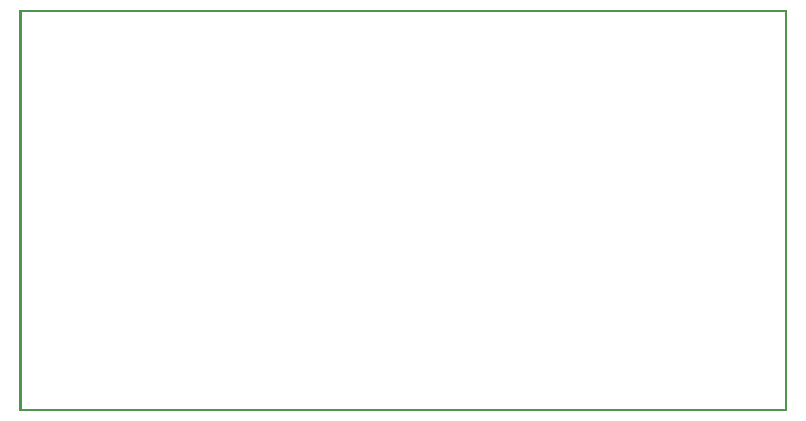
<source format=gbo>
G04 MADE WITH FRITZING*
G04 WWW.FRITZING.ORG*
G04 DOUBLE SIDED*
G04 HOLES PLATED*
G04 CONTOUR ON CENTER OF CONTOUR VECTOR*
%ASAXBY*%
%FSLAX23Y23*%
%MOIN*%
%OFA0B0*%
%SFA1.0B1.0*%
%ADD10R,0.001000X0.001000*%
%LNSILK0*%
G90*
G70*
G54D10*
X0Y1339D02*
X2558Y1339D01*
X0Y1338D02*
X2558Y1338D01*
X0Y1337D02*
X2558Y1337D01*
X0Y1336D02*
X2558Y1336D01*
X0Y1335D02*
X2558Y1335D01*
X0Y1334D02*
X2558Y1334D01*
X0Y1333D02*
X2558Y1333D01*
X0Y1332D02*
X2558Y1332D01*
X0Y1331D02*
X7Y1331D01*
X2551Y1331D02*
X2558Y1331D01*
X0Y1330D02*
X7Y1330D01*
X2551Y1330D02*
X2558Y1330D01*
X0Y1329D02*
X7Y1329D01*
X2551Y1329D02*
X2558Y1329D01*
X0Y1328D02*
X7Y1328D01*
X2551Y1328D02*
X2558Y1328D01*
X0Y1327D02*
X7Y1327D01*
X2551Y1327D02*
X2558Y1327D01*
X0Y1326D02*
X7Y1326D01*
X2551Y1326D02*
X2558Y1326D01*
X0Y1325D02*
X7Y1325D01*
X2551Y1325D02*
X2558Y1325D01*
X0Y1324D02*
X7Y1324D01*
X2551Y1324D02*
X2558Y1324D01*
X0Y1323D02*
X7Y1323D01*
X2551Y1323D02*
X2558Y1323D01*
X0Y1322D02*
X7Y1322D01*
X2551Y1322D02*
X2558Y1322D01*
X0Y1321D02*
X7Y1321D01*
X2551Y1321D02*
X2558Y1321D01*
X0Y1320D02*
X7Y1320D01*
X2551Y1320D02*
X2558Y1320D01*
X0Y1319D02*
X7Y1319D01*
X2551Y1319D02*
X2558Y1319D01*
X0Y1318D02*
X7Y1318D01*
X2551Y1318D02*
X2558Y1318D01*
X0Y1317D02*
X7Y1317D01*
X2551Y1317D02*
X2558Y1317D01*
X0Y1316D02*
X7Y1316D01*
X2551Y1316D02*
X2558Y1316D01*
X0Y1315D02*
X7Y1315D01*
X2551Y1315D02*
X2558Y1315D01*
X0Y1314D02*
X7Y1314D01*
X2551Y1314D02*
X2558Y1314D01*
X0Y1313D02*
X7Y1313D01*
X2551Y1313D02*
X2558Y1313D01*
X0Y1312D02*
X7Y1312D01*
X2551Y1312D02*
X2558Y1312D01*
X0Y1311D02*
X7Y1311D01*
X2551Y1311D02*
X2558Y1311D01*
X0Y1310D02*
X7Y1310D01*
X2551Y1310D02*
X2558Y1310D01*
X0Y1309D02*
X7Y1309D01*
X2551Y1309D02*
X2558Y1309D01*
X0Y1308D02*
X7Y1308D01*
X2551Y1308D02*
X2558Y1308D01*
X0Y1307D02*
X7Y1307D01*
X2551Y1307D02*
X2558Y1307D01*
X0Y1306D02*
X7Y1306D01*
X2551Y1306D02*
X2558Y1306D01*
X0Y1305D02*
X7Y1305D01*
X2551Y1305D02*
X2558Y1305D01*
X0Y1304D02*
X7Y1304D01*
X2551Y1304D02*
X2558Y1304D01*
X0Y1303D02*
X7Y1303D01*
X2551Y1303D02*
X2558Y1303D01*
X0Y1302D02*
X7Y1302D01*
X2551Y1302D02*
X2558Y1302D01*
X0Y1301D02*
X7Y1301D01*
X2551Y1301D02*
X2558Y1301D01*
X0Y1300D02*
X7Y1300D01*
X2551Y1300D02*
X2558Y1300D01*
X0Y1299D02*
X7Y1299D01*
X2551Y1299D02*
X2558Y1299D01*
X0Y1298D02*
X7Y1298D01*
X2551Y1298D02*
X2558Y1298D01*
X0Y1297D02*
X7Y1297D01*
X2551Y1297D02*
X2558Y1297D01*
X0Y1296D02*
X7Y1296D01*
X2551Y1296D02*
X2558Y1296D01*
X0Y1295D02*
X7Y1295D01*
X2551Y1295D02*
X2558Y1295D01*
X0Y1294D02*
X7Y1294D01*
X2551Y1294D02*
X2558Y1294D01*
X0Y1293D02*
X7Y1293D01*
X2551Y1293D02*
X2558Y1293D01*
X0Y1292D02*
X7Y1292D01*
X2551Y1292D02*
X2558Y1292D01*
X0Y1291D02*
X7Y1291D01*
X2551Y1291D02*
X2558Y1291D01*
X0Y1290D02*
X7Y1290D01*
X2551Y1290D02*
X2558Y1290D01*
X0Y1289D02*
X7Y1289D01*
X2551Y1289D02*
X2558Y1289D01*
X0Y1288D02*
X7Y1288D01*
X2551Y1288D02*
X2558Y1288D01*
X0Y1287D02*
X7Y1287D01*
X2551Y1287D02*
X2558Y1287D01*
X0Y1286D02*
X7Y1286D01*
X2551Y1286D02*
X2558Y1286D01*
X0Y1285D02*
X7Y1285D01*
X2551Y1285D02*
X2558Y1285D01*
X0Y1284D02*
X7Y1284D01*
X2551Y1284D02*
X2558Y1284D01*
X0Y1283D02*
X7Y1283D01*
X2551Y1283D02*
X2558Y1283D01*
X0Y1282D02*
X7Y1282D01*
X2551Y1282D02*
X2558Y1282D01*
X0Y1281D02*
X7Y1281D01*
X2551Y1281D02*
X2558Y1281D01*
X0Y1280D02*
X7Y1280D01*
X2551Y1280D02*
X2558Y1280D01*
X0Y1279D02*
X7Y1279D01*
X2551Y1279D02*
X2558Y1279D01*
X0Y1278D02*
X7Y1278D01*
X2551Y1278D02*
X2558Y1278D01*
X0Y1277D02*
X7Y1277D01*
X2551Y1277D02*
X2558Y1277D01*
X0Y1276D02*
X7Y1276D01*
X2551Y1276D02*
X2558Y1276D01*
X0Y1275D02*
X7Y1275D01*
X2551Y1275D02*
X2558Y1275D01*
X0Y1274D02*
X7Y1274D01*
X2551Y1274D02*
X2558Y1274D01*
X0Y1273D02*
X7Y1273D01*
X2551Y1273D02*
X2558Y1273D01*
X0Y1272D02*
X7Y1272D01*
X2551Y1272D02*
X2558Y1272D01*
X0Y1271D02*
X7Y1271D01*
X2551Y1271D02*
X2558Y1271D01*
X0Y1270D02*
X7Y1270D01*
X2551Y1270D02*
X2558Y1270D01*
X0Y1269D02*
X7Y1269D01*
X2551Y1269D02*
X2558Y1269D01*
X0Y1268D02*
X7Y1268D01*
X2551Y1268D02*
X2558Y1268D01*
X0Y1267D02*
X7Y1267D01*
X2551Y1267D02*
X2558Y1267D01*
X0Y1266D02*
X7Y1266D01*
X2551Y1266D02*
X2558Y1266D01*
X0Y1265D02*
X7Y1265D01*
X2551Y1265D02*
X2558Y1265D01*
X0Y1264D02*
X7Y1264D01*
X2551Y1264D02*
X2558Y1264D01*
X0Y1263D02*
X7Y1263D01*
X2551Y1263D02*
X2558Y1263D01*
X0Y1262D02*
X7Y1262D01*
X2551Y1262D02*
X2558Y1262D01*
X0Y1261D02*
X7Y1261D01*
X2551Y1261D02*
X2558Y1261D01*
X0Y1260D02*
X7Y1260D01*
X2551Y1260D02*
X2558Y1260D01*
X0Y1259D02*
X7Y1259D01*
X2551Y1259D02*
X2558Y1259D01*
X0Y1258D02*
X7Y1258D01*
X2551Y1258D02*
X2558Y1258D01*
X0Y1257D02*
X7Y1257D01*
X2551Y1257D02*
X2558Y1257D01*
X0Y1256D02*
X7Y1256D01*
X2551Y1256D02*
X2558Y1256D01*
X0Y1255D02*
X7Y1255D01*
X2551Y1255D02*
X2558Y1255D01*
X0Y1254D02*
X7Y1254D01*
X2551Y1254D02*
X2558Y1254D01*
X0Y1253D02*
X7Y1253D01*
X2551Y1253D02*
X2558Y1253D01*
X0Y1252D02*
X7Y1252D01*
X2551Y1252D02*
X2558Y1252D01*
X0Y1251D02*
X7Y1251D01*
X2551Y1251D02*
X2558Y1251D01*
X0Y1250D02*
X7Y1250D01*
X2551Y1250D02*
X2558Y1250D01*
X0Y1249D02*
X7Y1249D01*
X2551Y1249D02*
X2558Y1249D01*
X0Y1248D02*
X7Y1248D01*
X2551Y1248D02*
X2558Y1248D01*
X0Y1247D02*
X7Y1247D01*
X2551Y1247D02*
X2558Y1247D01*
X0Y1246D02*
X7Y1246D01*
X2551Y1246D02*
X2558Y1246D01*
X0Y1245D02*
X7Y1245D01*
X2551Y1245D02*
X2558Y1245D01*
X0Y1244D02*
X7Y1244D01*
X2551Y1244D02*
X2558Y1244D01*
X0Y1243D02*
X7Y1243D01*
X2551Y1243D02*
X2558Y1243D01*
X0Y1242D02*
X7Y1242D01*
X2551Y1242D02*
X2558Y1242D01*
X0Y1241D02*
X7Y1241D01*
X2551Y1241D02*
X2558Y1241D01*
X0Y1240D02*
X7Y1240D01*
X2551Y1240D02*
X2558Y1240D01*
X0Y1239D02*
X7Y1239D01*
X2551Y1239D02*
X2558Y1239D01*
X0Y1238D02*
X7Y1238D01*
X2551Y1238D02*
X2558Y1238D01*
X0Y1237D02*
X7Y1237D01*
X2551Y1237D02*
X2558Y1237D01*
X0Y1236D02*
X7Y1236D01*
X2551Y1236D02*
X2558Y1236D01*
X0Y1235D02*
X7Y1235D01*
X2551Y1235D02*
X2558Y1235D01*
X0Y1234D02*
X7Y1234D01*
X2551Y1234D02*
X2558Y1234D01*
X0Y1233D02*
X7Y1233D01*
X2551Y1233D02*
X2558Y1233D01*
X0Y1232D02*
X7Y1232D01*
X2551Y1232D02*
X2558Y1232D01*
X0Y1231D02*
X7Y1231D01*
X2551Y1231D02*
X2558Y1231D01*
X0Y1230D02*
X7Y1230D01*
X2551Y1230D02*
X2558Y1230D01*
X0Y1229D02*
X7Y1229D01*
X2551Y1229D02*
X2558Y1229D01*
X0Y1228D02*
X7Y1228D01*
X2551Y1228D02*
X2558Y1228D01*
X0Y1227D02*
X7Y1227D01*
X2551Y1227D02*
X2558Y1227D01*
X0Y1226D02*
X7Y1226D01*
X2551Y1226D02*
X2558Y1226D01*
X0Y1225D02*
X7Y1225D01*
X2551Y1225D02*
X2558Y1225D01*
X0Y1224D02*
X7Y1224D01*
X2551Y1224D02*
X2558Y1224D01*
X0Y1223D02*
X7Y1223D01*
X2551Y1223D02*
X2558Y1223D01*
X0Y1222D02*
X7Y1222D01*
X2551Y1222D02*
X2558Y1222D01*
X0Y1221D02*
X7Y1221D01*
X2551Y1221D02*
X2558Y1221D01*
X0Y1220D02*
X7Y1220D01*
X2551Y1220D02*
X2558Y1220D01*
X0Y1219D02*
X7Y1219D01*
X2551Y1219D02*
X2558Y1219D01*
X0Y1218D02*
X7Y1218D01*
X2551Y1218D02*
X2558Y1218D01*
X0Y1217D02*
X7Y1217D01*
X2551Y1217D02*
X2558Y1217D01*
X0Y1216D02*
X7Y1216D01*
X2551Y1216D02*
X2558Y1216D01*
X0Y1215D02*
X7Y1215D01*
X2552Y1215D02*
X2558Y1215D01*
X0Y1214D02*
X7Y1214D01*
X2552Y1214D02*
X2558Y1214D01*
X0Y1213D02*
X7Y1213D01*
X2552Y1213D02*
X2558Y1213D01*
X0Y1212D02*
X7Y1212D01*
X2552Y1212D02*
X2558Y1212D01*
X0Y1211D02*
X7Y1211D01*
X2552Y1211D02*
X2558Y1211D01*
X0Y1210D02*
X7Y1210D01*
X2552Y1210D02*
X2558Y1210D01*
X0Y1209D02*
X7Y1209D01*
X2552Y1209D02*
X2558Y1209D01*
X0Y1208D02*
X7Y1208D01*
X2552Y1208D02*
X2558Y1208D01*
X0Y1207D02*
X7Y1207D01*
X2552Y1207D02*
X2558Y1207D01*
X0Y1206D02*
X7Y1206D01*
X2552Y1206D02*
X2558Y1206D01*
X0Y1205D02*
X7Y1205D01*
X2551Y1205D02*
X2558Y1205D01*
X0Y1204D02*
X7Y1204D01*
X2551Y1204D02*
X2558Y1204D01*
X0Y1203D02*
X7Y1203D01*
X2551Y1203D02*
X2558Y1203D01*
X0Y1202D02*
X7Y1202D01*
X2551Y1202D02*
X2558Y1202D01*
X0Y1201D02*
X7Y1201D01*
X2551Y1201D02*
X2558Y1201D01*
X0Y1200D02*
X7Y1200D01*
X2551Y1200D02*
X2558Y1200D01*
X0Y1199D02*
X7Y1199D01*
X2551Y1199D02*
X2558Y1199D01*
X0Y1198D02*
X7Y1198D01*
X2551Y1198D02*
X2558Y1198D01*
X0Y1197D02*
X7Y1197D01*
X2551Y1197D02*
X2558Y1197D01*
X0Y1196D02*
X7Y1196D01*
X2551Y1196D02*
X2558Y1196D01*
X0Y1195D02*
X7Y1195D01*
X2551Y1195D02*
X2558Y1195D01*
X0Y1194D02*
X7Y1194D01*
X2551Y1194D02*
X2558Y1194D01*
X0Y1193D02*
X7Y1193D01*
X2551Y1193D02*
X2558Y1193D01*
X0Y1192D02*
X7Y1192D01*
X2551Y1192D02*
X2558Y1192D01*
X0Y1191D02*
X7Y1191D01*
X2551Y1191D02*
X2558Y1191D01*
X0Y1190D02*
X7Y1190D01*
X2551Y1190D02*
X2558Y1190D01*
X0Y1189D02*
X7Y1189D01*
X2551Y1189D02*
X2558Y1189D01*
X0Y1188D02*
X7Y1188D01*
X2551Y1188D02*
X2558Y1188D01*
X0Y1187D02*
X7Y1187D01*
X2551Y1187D02*
X2558Y1187D01*
X0Y1186D02*
X7Y1186D01*
X2551Y1186D02*
X2558Y1186D01*
X0Y1185D02*
X7Y1185D01*
X2551Y1185D02*
X2558Y1185D01*
X0Y1184D02*
X7Y1184D01*
X2551Y1184D02*
X2558Y1184D01*
X0Y1183D02*
X7Y1183D01*
X2551Y1183D02*
X2558Y1183D01*
X0Y1182D02*
X7Y1182D01*
X2551Y1182D02*
X2558Y1182D01*
X0Y1181D02*
X7Y1181D01*
X2551Y1181D02*
X2558Y1181D01*
X0Y1180D02*
X7Y1180D01*
X2551Y1180D02*
X2558Y1180D01*
X0Y1179D02*
X7Y1179D01*
X2551Y1179D02*
X2558Y1179D01*
X0Y1178D02*
X7Y1178D01*
X2551Y1178D02*
X2558Y1178D01*
X0Y1177D02*
X7Y1177D01*
X2551Y1177D02*
X2558Y1177D01*
X0Y1176D02*
X7Y1176D01*
X2551Y1176D02*
X2558Y1176D01*
X0Y1175D02*
X7Y1175D01*
X2551Y1175D02*
X2558Y1175D01*
X0Y1174D02*
X7Y1174D01*
X2551Y1174D02*
X2558Y1174D01*
X0Y1173D02*
X7Y1173D01*
X2551Y1173D02*
X2558Y1173D01*
X0Y1172D02*
X7Y1172D01*
X2551Y1172D02*
X2558Y1172D01*
X0Y1171D02*
X7Y1171D01*
X2551Y1171D02*
X2558Y1171D01*
X0Y1170D02*
X7Y1170D01*
X2551Y1170D02*
X2558Y1170D01*
X0Y1169D02*
X7Y1169D01*
X2551Y1169D02*
X2558Y1169D01*
X0Y1168D02*
X7Y1168D01*
X2551Y1168D02*
X2558Y1168D01*
X0Y1167D02*
X7Y1167D01*
X2551Y1167D02*
X2558Y1167D01*
X0Y1166D02*
X7Y1166D01*
X2551Y1166D02*
X2558Y1166D01*
X0Y1165D02*
X7Y1165D01*
X2551Y1165D02*
X2558Y1165D01*
X0Y1164D02*
X7Y1164D01*
X2551Y1164D02*
X2558Y1164D01*
X0Y1163D02*
X7Y1163D01*
X2551Y1163D02*
X2558Y1163D01*
X0Y1162D02*
X7Y1162D01*
X2551Y1162D02*
X2558Y1162D01*
X0Y1161D02*
X7Y1161D01*
X2551Y1161D02*
X2558Y1161D01*
X0Y1160D02*
X7Y1160D01*
X2551Y1160D02*
X2558Y1160D01*
X0Y1159D02*
X7Y1159D01*
X2551Y1159D02*
X2558Y1159D01*
X0Y1158D02*
X7Y1158D01*
X2551Y1158D02*
X2558Y1158D01*
X0Y1157D02*
X7Y1157D01*
X2551Y1157D02*
X2558Y1157D01*
X0Y1156D02*
X7Y1156D01*
X2551Y1156D02*
X2558Y1156D01*
X0Y1155D02*
X7Y1155D01*
X2551Y1155D02*
X2558Y1155D01*
X0Y1154D02*
X7Y1154D01*
X2551Y1154D02*
X2558Y1154D01*
X0Y1153D02*
X7Y1153D01*
X2551Y1153D02*
X2558Y1153D01*
X0Y1152D02*
X7Y1152D01*
X2551Y1152D02*
X2558Y1152D01*
X0Y1151D02*
X7Y1151D01*
X2551Y1151D02*
X2558Y1151D01*
X0Y1150D02*
X7Y1150D01*
X2551Y1150D02*
X2558Y1150D01*
X0Y1149D02*
X7Y1149D01*
X2551Y1149D02*
X2558Y1149D01*
X0Y1148D02*
X7Y1148D01*
X2551Y1148D02*
X2558Y1148D01*
X0Y1147D02*
X7Y1147D01*
X2551Y1147D02*
X2558Y1147D01*
X0Y1146D02*
X7Y1146D01*
X2551Y1146D02*
X2558Y1146D01*
X0Y1145D02*
X7Y1145D01*
X2551Y1145D02*
X2558Y1145D01*
X0Y1144D02*
X7Y1144D01*
X2551Y1144D02*
X2558Y1144D01*
X0Y1143D02*
X7Y1143D01*
X2551Y1143D02*
X2558Y1143D01*
X0Y1142D02*
X7Y1142D01*
X2551Y1142D02*
X2558Y1142D01*
X0Y1141D02*
X7Y1141D01*
X2551Y1141D02*
X2558Y1141D01*
X0Y1140D02*
X7Y1140D01*
X2551Y1140D02*
X2558Y1140D01*
X0Y1139D02*
X7Y1139D01*
X2551Y1139D02*
X2558Y1139D01*
X0Y1138D02*
X7Y1138D01*
X2551Y1138D02*
X2558Y1138D01*
X0Y1137D02*
X7Y1137D01*
X2551Y1137D02*
X2558Y1137D01*
X0Y1136D02*
X7Y1136D01*
X2551Y1136D02*
X2558Y1136D01*
X0Y1135D02*
X7Y1135D01*
X2551Y1135D02*
X2558Y1135D01*
X0Y1134D02*
X7Y1134D01*
X2551Y1134D02*
X2558Y1134D01*
X0Y1133D02*
X7Y1133D01*
X2551Y1133D02*
X2558Y1133D01*
X0Y1132D02*
X7Y1132D01*
X2551Y1132D02*
X2558Y1132D01*
X0Y1131D02*
X7Y1131D01*
X2551Y1131D02*
X2558Y1131D01*
X0Y1130D02*
X7Y1130D01*
X2551Y1130D02*
X2558Y1130D01*
X0Y1129D02*
X7Y1129D01*
X2551Y1129D02*
X2558Y1129D01*
X0Y1128D02*
X7Y1128D01*
X2551Y1128D02*
X2558Y1128D01*
X0Y1127D02*
X7Y1127D01*
X2551Y1127D02*
X2558Y1127D01*
X0Y1126D02*
X7Y1126D01*
X2551Y1126D02*
X2558Y1126D01*
X0Y1125D02*
X7Y1125D01*
X2551Y1125D02*
X2558Y1125D01*
X0Y1124D02*
X7Y1124D01*
X2551Y1124D02*
X2558Y1124D01*
X0Y1123D02*
X7Y1123D01*
X2551Y1123D02*
X2558Y1123D01*
X0Y1122D02*
X7Y1122D01*
X2551Y1122D02*
X2558Y1122D01*
X0Y1121D02*
X7Y1121D01*
X2551Y1121D02*
X2558Y1121D01*
X0Y1120D02*
X7Y1120D01*
X2551Y1120D02*
X2558Y1120D01*
X0Y1119D02*
X7Y1119D01*
X2551Y1119D02*
X2558Y1119D01*
X0Y1118D02*
X7Y1118D01*
X2551Y1118D02*
X2558Y1118D01*
X0Y1117D02*
X7Y1117D01*
X2551Y1117D02*
X2558Y1117D01*
X0Y1116D02*
X7Y1116D01*
X2551Y1116D02*
X2558Y1116D01*
X0Y1115D02*
X7Y1115D01*
X2552Y1115D02*
X2558Y1115D01*
X0Y1114D02*
X7Y1114D01*
X2552Y1114D02*
X2558Y1114D01*
X0Y1113D02*
X7Y1113D01*
X2552Y1113D02*
X2558Y1113D01*
X0Y1112D02*
X7Y1112D01*
X2552Y1112D02*
X2558Y1112D01*
X0Y1111D02*
X7Y1111D01*
X2552Y1111D02*
X2558Y1111D01*
X0Y1110D02*
X7Y1110D01*
X2552Y1110D02*
X2558Y1110D01*
X0Y1109D02*
X7Y1109D01*
X2552Y1109D02*
X2558Y1109D01*
X0Y1108D02*
X7Y1108D01*
X2552Y1108D02*
X2558Y1108D01*
X0Y1107D02*
X7Y1107D01*
X2552Y1107D02*
X2558Y1107D01*
X0Y1106D02*
X7Y1106D01*
X2552Y1106D02*
X2558Y1106D01*
X0Y1105D02*
X7Y1105D01*
X2551Y1105D02*
X2558Y1105D01*
X0Y1104D02*
X7Y1104D01*
X2551Y1104D02*
X2558Y1104D01*
X0Y1103D02*
X7Y1103D01*
X2551Y1103D02*
X2558Y1103D01*
X0Y1102D02*
X7Y1102D01*
X2551Y1102D02*
X2558Y1102D01*
X0Y1101D02*
X7Y1101D01*
X2551Y1101D02*
X2558Y1101D01*
X0Y1100D02*
X7Y1100D01*
X2551Y1100D02*
X2558Y1100D01*
X0Y1099D02*
X7Y1099D01*
X2551Y1099D02*
X2558Y1099D01*
X0Y1098D02*
X7Y1098D01*
X2551Y1098D02*
X2558Y1098D01*
X0Y1097D02*
X7Y1097D01*
X2551Y1097D02*
X2558Y1097D01*
X0Y1096D02*
X7Y1096D01*
X2551Y1096D02*
X2558Y1096D01*
X0Y1095D02*
X7Y1095D01*
X2551Y1095D02*
X2558Y1095D01*
X0Y1094D02*
X7Y1094D01*
X2551Y1094D02*
X2558Y1094D01*
X0Y1093D02*
X7Y1093D01*
X2551Y1093D02*
X2558Y1093D01*
X0Y1092D02*
X7Y1092D01*
X2551Y1092D02*
X2558Y1092D01*
X0Y1091D02*
X7Y1091D01*
X2551Y1091D02*
X2558Y1091D01*
X0Y1090D02*
X7Y1090D01*
X2551Y1090D02*
X2558Y1090D01*
X0Y1089D02*
X7Y1089D01*
X2551Y1089D02*
X2558Y1089D01*
X0Y1088D02*
X7Y1088D01*
X2551Y1088D02*
X2558Y1088D01*
X0Y1087D02*
X7Y1087D01*
X2551Y1087D02*
X2558Y1087D01*
X0Y1086D02*
X7Y1086D01*
X2551Y1086D02*
X2558Y1086D01*
X0Y1085D02*
X7Y1085D01*
X2551Y1085D02*
X2558Y1085D01*
X0Y1084D02*
X7Y1084D01*
X2551Y1084D02*
X2558Y1084D01*
X0Y1083D02*
X7Y1083D01*
X2551Y1083D02*
X2558Y1083D01*
X0Y1082D02*
X7Y1082D01*
X2551Y1082D02*
X2558Y1082D01*
X0Y1081D02*
X7Y1081D01*
X2551Y1081D02*
X2558Y1081D01*
X0Y1080D02*
X7Y1080D01*
X2551Y1080D02*
X2558Y1080D01*
X0Y1079D02*
X7Y1079D01*
X2551Y1079D02*
X2558Y1079D01*
X0Y1078D02*
X7Y1078D01*
X2551Y1078D02*
X2558Y1078D01*
X0Y1077D02*
X7Y1077D01*
X2551Y1077D02*
X2558Y1077D01*
X0Y1076D02*
X7Y1076D01*
X2551Y1076D02*
X2558Y1076D01*
X0Y1075D02*
X7Y1075D01*
X2551Y1075D02*
X2558Y1075D01*
X0Y1074D02*
X7Y1074D01*
X2551Y1074D02*
X2558Y1074D01*
X0Y1073D02*
X7Y1073D01*
X2551Y1073D02*
X2558Y1073D01*
X0Y1072D02*
X7Y1072D01*
X2551Y1072D02*
X2558Y1072D01*
X0Y1071D02*
X7Y1071D01*
X2551Y1071D02*
X2558Y1071D01*
X0Y1070D02*
X7Y1070D01*
X2551Y1070D02*
X2558Y1070D01*
X0Y1069D02*
X7Y1069D01*
X2551Y1069D02*
X2558Y1069D01*
X0Y1068D02*
X7Y1068D01*
X2551Y1068D02*
X2558Y1068D01*
X0Y1067D02*
X7Y1067D01*
X2551Y1067D02*
X2558Y1067D01*
X0Y1066D02*
X7Y1066D01*
X2551Y1066D02*
X2558Y1066D01*
X0Y1065D02*
X7Y1065D01*
X2551Y1065D02*
X2558Y1065D01*
X0Y1064D02*
X7Y1064D01*
X2551Y1064D02*
X2558Y1064D01*
X0Y1063D02*
X7Y1063D01*
X2551Y1063D02*
X2558Y1063D01*
X0Y1062D02*
X7Y1062D01*
X2551Y1062D02*
X2558Y1062D01*
X0Y1061D02*
X7Y1061D01*
X2551Y1061D02*
X2558Y1061D01*
X0Y1060D02*
X7Y1060D01*
X2551Y1060D02*
X2558Y1060D01*
X0Y1059D02*
X7Y1059D01*
X2551Y1059D02*
X2558Y1059D01*
X0Y1058D02*
X7Y1058D01*
X2551Y1058D02*
X2558Y1058D01*
X0Y1057D02*
X7Y1057D01*
X2551Y1057D02*
X2558Y1057D01*
X0Y1056D02*
X7Y1056D01*
X2551Y1056D02*
X2558Y1056D01*
X0Y1055D02*
X7Y1055D01*
X2551Y1055D02*
X2558Y1055D01*
X0Y1054D02*
X7Y1054D01*
X2551Y1054D02*
X2558Y1054D01*
X0Y1053D02*
X7Y1053D01*
X2551Y1053D02*
X2558Y1053D01*
X0Y1052D02*
X7Y1052D01*
X2551Y1052D02*
X2558Y1052D01*
X0Y1051D02*
X7Y1051D01*
X2551Y1051D02*
X2558Y1051D01*
X0Y1050D02*
X7Y1050D01*
X2551Y1050D02*
X2558Y1050D01*
X0Y1049D02*
X7Y1049D01*
X2551Y1049D02*
X2558Y1049D01*
X0Y1048D02*
X7Y1048D01*
X2551Y1048D02*
X2558Y1048D01*
X0Y1047D02*
X7Y1047D01*
X2551Y1047D02*
X2558Y1047D01*
X0Y1046D02*
X7Y1046D01*
X2551Y1046D02*
X2558Y1046D01*
X0Y1045D02*
X7Y1045D01*
X2551Y1045D02*
X2558Y1045D01*
X0Y1044D02*
X7Y1044D01*
X2551Y1044D02*
X2558Y1044D01*
X0Y1043D02*
X7Y1043D01*
X2551Y1043D02*
X2558Y1043D01*
X0Y1042D02*
X7Y1042D01*
X2551Y1042D02*
X2558Y1042D01*
X0Y1041D02*
X7Y1041D01*
X2551Y1041D02*
X2558Y1041D01*
X0Y1040D02*
X7Y1040D01*
X2551Y1040D02*
X2558Y1040D01*
X0Y1039D02*
X7Y1039D01*
X2551Y1039D02*
X2558Y1039D01*
X0Y1038D02*
X7Y1038D01*
X2551Y1038D02*
X2558Y1038D01*
X0Y1037D02*
X7Y1037D01*
X2551Y1037D02*
X2558Y1037D01*
X0Y1036D02*
X7Y1036D01*
X2551Y1036D02*
X2558Y1036D01*
X0Y1035D02*
X7Y1035D01*
X2551Y1035D02*
X2558Y1035D01*
X0Y1034D02*
X7Y1034D01*
X2551Y1034D02*
X2558Y1034D01*
X0Y1033D02*
X7Y1033D01*
X2551Y1033D02*
X2558Y1033D01*
X0Y1032D02*
X7Y1032D01*
X2551Y1032D02*
X2558Y1032D01*
X0Y1031D02*
X7Y1031D01*
X2551Y1031D02*
X2558Y1031D01*
X0Y1030D02*
X7Y1030D01*
X2551Y1030D02*
X2558Y1030D01*
X0Y1029D02*
X7Y1029D01*
X2551Y1029D02*
X2558Y1029D01*
X0Y1028D02*
X7Y1028D01*
X2551Y1028D02*
X2558Y1028D01*
X0Y1027D02*
X7Y1027D01*
X2551Y1027D02*
X2558Y1027D01*
X0Y1026D02*
X7Y1026D01*
X2551Y1026D02*
X2558Y1026D01*
X0Y1025D02*
X7Y1025D01*
X2551Y1025D02*
X2558Y1025D01*
X0Y1024D02*
X7Y1024D01*
X2551Y1024D02*
X2558Y1024D01*
X0Y1023D02*
X7Y1023D01*
X2551Y1023D02*
X2558Y1023D01*
X0Y1022D02*
X7Y1022D01*
X2551Y1022D02*
X2558Y1022D01*
X0Y1021D02*
X7Y1021D01*
X2551Y1021D02*
X2558Y1021D01*
X0Y1020D02*
X7Y1020D01*
X2551Y1020D02*
X2558Y1020D01*
X0Y1019D02*
X7Y1019D01*
X2551Y1019D02*
X2558Y1019D01*
X0Y1018D02*
X7Y1018D01*
X2551Y1018D02*
X2558Y1018D01*
X0Y1017D02*
X7Y1017D01*
X2551Y1017D02*
X2558Y1017D01*
X0Y1016D02*
X7Y1016D01*
X2551Y1016D02*
X2558Y1016D01*
X0Y1015D02*
X7Y1015D01*
X2552Y1015D02*
X2558Y1015D01*
X0Y1014D02*
X7Y1014D01*
X2552Y1014D02*
X2558Y1014D01*
X0Y1013D02*
X7Y1013D01*
X2552Y1013D02*
X2558Y1013D01*
X0Y1012D02*
X7Y1012D01*
X2552Y1012D02*
X2558Y1012D01*
X0Y1011D02*
X7Y1011D01*
X2552Y1011D02*
X2558Y1011D01*
X0Y1010D02*
X7Y1010D01*
X2552Y1010D02*
X2558Y1010D01*
X0Y1009D02*
X7Y1009D01*
X2552Y1009D02*
X2558Y1009D01*
X0Y1008D02*
X7Y1008D01*
X2552Y1008D02*
X2558Y1008D01*
X0Y1007D02*
X7Y1007D01*
X2552Y1007D02*
X2558Y1007D01*
X0Y1006D02*
X7Y1006D01*
X2552Y1006D02*
X2558Y1006D01*
X0Y1005D02*
X7Y1005D01*
X2551Y1005D02*
X2558Y1005D01*
X0Y1004D02*
X7Y1004D01*
X2551Y1004D02*
X2558Y1004D01*
X0Y1003D02*
X7Y1003D01*
X2551Y1003D02*
X2558Y1003D01*
X0Y1002D02*
X7Y1002D01*
X2551Y1002D02*
X2558Y1002D01*
X0Y1001D02*
X7Y1001D01*
X2551Y1001D02*
X2558Y1001D01*
X0Y1000D02*
X7Y1000D01*
X2551Y1000D02*
X2558Y1000D01*
X0Y999D02*
X7Y999D01*
X2551Y999D02*
X2558Y999D01*
X0Y998D02*
X7Y998D01*
X2551Y998D02*
X2558Y998D01*
X0Y997D02*
X7Y997D01*
X2551Y997D02*
X2558Y997D01*
X0Y996D02*
X7Y996D01*
X2551Y996D02*
X2558Y996D01*
X0Y995D02*
X7Y995D01*
X2551Y995D02*
X2558Y995D01*
X0Y994D02*
X7Y994D01*
X2551Y994D02*
X2558Y994D01*
X0Y993D02*
X7Y993D01*
X2551Y993D02*
X2558Y993D01*
X0Y992D02*
X7Y992D01*
X2551Y992D02*
X2558Y992D01*
X0Y991D02*
X7Y991D01*
X2551Y991D02*
X2558Y991D01*
X0Y990D02*
X7Y990D01*
X2551Y990D02*
X2558Y990D01*
X0Y989D02*
X7Y989D01*
X2551Y989D02*
X2558Y989D01*
X0Y988D02*
X7Y988D01*
X2551Y988D02*
X2558Y988D01*
X0Y987D02*
X7Y987D01*
X2551Y987D02*
X2558Y987D01*
X0Y986D02*
X7Y986D01*
X2551Y986D02*
X2558Y986D01*
X0Y985D02*
X7Y985D01*
X2551Y985D02*
X2558Y985D01*
X0Y984D02*
X7Y984D01*
X2551Y984D02*
X2558Y984D01*
X0Y983D02*
X7Y983D01*
X2551Y983D02*
X2558Y983D01*
X0Y982D02*
X7Y982D01*
X2551Y982D02*
X2558Y982D01*
X0Y981D02*
X7Y981D01*
X2551Y981D02*
X2558Y981D01*
X0Y980D02*
X7Y980D01*
X2551Y980D02*
X2558Y980D01*
X0Y979D02*
X7Y979D01*
X2551Y979D02*
X2558Y979D01*
X0Y978D02*
X7Y978D01*
X2551Y978D02*
X2558Y978D01*
X0Y977D02*
X7Y977D01*
X2551Y977D02*
X2558Y977D01*
X0Y976D02*
X7Y976D01*
X2551Y976D02*
X2558Y976D01*
X0Y975D02*
X7Y975D01*
X2551Y975D02*
X2558Y975D01*
X0Y974D02*
X7Y974D01*
X2551Y974D02*
X2558Y974D01*
X0Y973D02*
X7Y973D01*
X2551Y973D02*
X2558Y973D01*
X0Y972D02*
X7Y972D01*
X2551Y972D02*
X2558Y972D01*
X0Y971D02*
X7Y971D01*
X2551Y971D02*
X2558Y971D01*
X0Y970D02*
X7Y970D01*
X2551Y970D02*
X2558Y970D01*
X0Y969D02*
X7Y969D01*
X2551Y969D02*
X2558Y969D01*
X0Y968D02*
X7Y968D01*
X2551Y968D02*
X2558Y968D01*
X0Y967D02*
X7Y967D01*
X2551Y967D02*
X2558Y967D01*
X0Y966D02*
X7Y966D01*
X2551Y966D02*
X2558Y966D01*
X0Y965D02*
X7Y965D01*
X2551Y965D02*
X2558Y965D01*
X0Y964D02*
X7Y964D01*
X2551Y964D02*
X2558Y964D01*
X0Y963D02*
X7Y963D01*
X2551Y963D02*
X2558Y963D01*
X0Y962D02*
X7Y962D01*
X2551Y962D02*
X2558Y962D01*
X0Y961D02*
X7Y961D01*
X2551Y961D02*
X2558Y961D01*
X0Y960D02*
X7Y960D01*
X2551Y960D02*
X2558Y960D01*
X0Y959D02*
X7Y959D01*
X2551Y959D02*
X2558Y959D01*
X0Y958D02*
X7Y958D01*
X2551Y958D02*
X2558Y958D01*
X0Y957D02*
X7Y957D01*
X2551Y957D02*
X2558Y957D01*
X0Y956D02*
X7Y956D01*
X2551Y956D02*
X2558Y956D01*
X0Y955D02*
X7Y955D01*
X2551Y955D02*
X2558Y955D01*
X0Y954D02*
X7Y954D01*
X2551Y954D02*
X2558Y954D01*
X0Y953D02*
X7Y953D01*
X2551Y953D02*
X2558Y953D01*
X0Y952D02*
X7Y952D01*
X2551Y952D02*
X2558Y952D01*
X0Y951D02*
X7Y951D01*
X2551Y951D02*
X2558Y951D01*
X0Y950D02*
X7Y950D01*
X2551Y950D02*
X2558Y950D01*
X0Y949D02*
X7Y949D01*
X2551Y949D02*
X2558Y949D01*
X0Y948D02*
X7Y948D01*
X2551Y948D02*
X2558Y948D01*
X0Y947D02*
X7Y947D01*
X2551Y947D02*
X2558Y947D01*
X0Y946D02*
X7Y946D01*
X2551Y946D02*
X2558Y946D01*
X0Y945D02*
X7Y945D01*
X2551Y945D02*
X2558Y945D01*
X0Y944D02*
X7Y944D01*
X2551Y944D02*
X2558Y944D01*
X0Y943D02*
X7Y943D01*
X2551Y943D02*
X2558Y943D01*
X0Y942D02*
X7Y942D01*
X2551Y942D02*
X2558Y942D01*
X0Y941D02*
X7Y941D01*
X2551Y941D02*
X2558Y941D01*
X0Y940D02*
X7Y940D01*
X2551Y940D02*
X2558Y940D01*
X0Y939D02*
X7Y939D01*
X2551Y939D02*
X2558Y939D01*
X0Y938D02*
X7Y938D01*
X2551Y938D02*
X2558Y938D01*
X0Y937D02*
X7Y937D01*
X2551Y937D02*
X2558Y937D01*
X0Y936D02*
X7Y936D01*
X2551Y936D02*
X2558Y936D01*
X0Y935D02*
X7Y935D01*
X2551Y935D02*
X2558Y935D01*
X0Y934D02*
X7Y934D01*
X2551Y934D02*
X2558Y934D01*
X0Y933D02*
X7Y933D01*
X2551Y933D02*
X2558Y933D01*
X0Y932D02*
X7Y932D01*
X2551Y932D02*
X2558Y932D01*
X0Y931D02*
X7Y931D01*
X2551Y931D02*
X2558Y931D01*
X0Y930D02*
X7Y930D01*
X2551Y930D02*
X2558Y930D01*
X0Y929D02*
X7Y929D01*
X2551Y929D02*
X2558Y929D01*
X0Y928D02*
X7Y928D01*
X2551Y928D02*
X2558Y928D01*
X0Y927D02*
X7Y927D01*
X2551Y927D02*
X2558Y927D01*
X0Y926D02*
X7Y926D01*
X2551Y926D02*
X2558Y926D01*
X0Y925D02*
X7Y925D01*
X2551Y925D02*
X2558Y925D01*
X0Y924D02*
X7Y924D01*
X2551Y924D02*
X2558Y924D01*
X0Y923D02*
X7Y923D01*
X2551Y923D02*
X2558Y923D01*
X0Y922D02*
X7Y922D01*
X2551Y922D02*
X2558Y922D01*
X0Y921D02*
X7Y921D01*
X2551Y921D02*
X2558Y921D01*
X0Y920D02*
X7Y920D01*
X2551Y920D02*
X2558Y920D01*
X0Y919D02*
X7Y919D01*
X2551Y919D02*
X2558Y919D01*
X0Y918D02*
X7Y918D01*
X2551Y918D02*
X2558Y918D01*
X0Y917D02*
X7Y917D01*
X2551Y917D02*
X2558Y917D01*
X0Y916D02*
X7Y916D01*
X2551Y916D02*
X2558Y916D01*
X0Y915D02*
X7Y915D01*
X2552Y915D02*
X2558Y915D01*
X0Y914D02*
X7Y914D01*
X2552Y914D02*
X2558Y914D01*
X0Y913D02*
X7Y913D01*
X2552Y913D02*
X2558Y913D01*
X0Y912D02*
X7Y912D01*
X2552Y912D02*
X2558Y912D01*
X0Y911D02*
X7Y911D01*
X2552Y911D02*
X2558Y911D01*
X0Y910D02*
X7Y910D01*
X2552Y910D02*
X2558Y910D01*
X0Y909D02*
X7Y909D01*
X2552Y909D02*
X2558Y909D01*
X0Y908D02*
X7Y908D01*
X2552Y908D02*
X2558Y908D01*
X0Y907D02*
X7Y907D01*
X2552Y907D02*
X2558Y907D01*
X0Y906D02*
X7Y906D01*
X2552Y906D02*
X2558Y906D01*
X0Y905D02*
X7Y905D01*
X2551Y905D02*
X2558Y905D01*
X0Y904D02*
X7Y904D01*
X2551Y904D02*
X2558Y904D01*
X0Y903D02*
X7Y903D01*
X2551Y903D02*
X2558Y903D01*
X0Y902D02*
X7Y902D01*
X2551Y902D02*
X2558Y902D01*
X0Y901D02*
X7Y901D01*
X2551Y901D02*
X2558Y901D01*
X0Y900D02*
X7Y900D01*
X2551Y900D02*
X2558Y900D01*
X0Y899D02*
X7Y899D01*
X2551Y899D02*
X2558Y899D01*
X0Y898D02*
X7Y898D01*
X2551Y898D02*
X2558Y898D01*
X0Y897D02*
X7Y897D01*
X2551Y897D02*
X2558Y897D01*
X0Y896D02*
X7Y896D01*
X2551Y896D02*
X2558Y896D01*
X0Y895D02*
X7Y895D01*
X2551Y895D02*
X2558Y895D01*
X0Y894D02*
X7Y894D01*
X2551Y894D02*
X2558Y894D01*
X0Y893D02*
X7Y893D01*
X2551Y893D02*
X2558Y893D01*
X0Y892D02*
X7Y892D01*
X2551Y892D02*
X2558Y892D01*
X0Y891D02*
X7Y891D01*
X2551Y891D02*
X2558Y891D01*
X0Y890D02*
X7Y890D01*
X2551Y890D02*
X2558Y890D01*
X0Y889D02*
X7Y889D01*
X2551Y889D02*
X2558Y889D01*
X0Y888D02*
X7Y888D01*
X2551Y888D02*
X2558Y888D01*
X0Y887D02*
X7Y887D01*
X2551Y887D02*
X2558Y887D01*
X0Y886D02*
X7Y886D01*
X2551Y886D02*
X2558Y886D01*
X0Y885D02*
X7Y885D01*
X2551Y885D02*
X2558Y885D01*
X0Y884D02*
X7Y884D01*
X2551Y884D02*
X2558Y884D01*
X0Y883D02*
X7Y883D01*
X2551Y883D02*
X2558Y883D01*
X0Y882D02*
X7Y882D01*
X2551Y882D02*
X2558Y882D01*
X0Y881D02*
X7Y881D01*
X2551Y881D02*
X2558Y881D01*
X0Y880D02*
X7Y880D01*
X2551Y880D02*
X2558Y880D01*
X0Y879D02*
X7Y879D01*
X2551Y879D02*
X2558Y879D01*
X0Y878D02*
X7Y878D01*
X2551Y878D02*
X2558Y878D01*
X0Y877D02*
X7Y877D01*
X2551Y877D02*
X2558Y877D01*
X0Y876D02*
X7Y876D01*
X2551Y876D02*
X2558Y876D01*
X0Y875D02*
X7Y875D01*
X2551Y875D02*
X2558Y875D01*
X0Y874D02*
X7Y874D01*
X2551Y874D02*
X2558Y874D01*
X0Y873D02*
X7Y873D01*
X2551Y873D02*
X2558Y873D01*
X0Y872D02*
X7Y872D01*
X2551Y872D02*
X2558Y872D01*
X0Y871D02*
X7Y871D01*
X2551Y871D02*
X2558Y871D01*
X0Y870D02*
X7Y870D01*
X2551Y870D02*
X2558Y870D01*
X0Y869D02*
X7Y869D01*
X2551Y869D02*
X2558Y869D01*
X0Y868D02*
X7Y868D01*
X2551Y868D02*
X2558Y868D01*
X0Y867D02*
X7Y867D01*
X2551Y867D02*
X2558Y867D01*
X0Y866D02*
X7Y866D01*
X2551Y866D02*
X2558Y866D01*
X0Y865D02*
X7Y865D01*
X2551Y865D02*
X2558Y865D01*
X0Y864D02*
X7Y864D01*
X2551Y864D02*
X2558Y864D01*
X0Y863D02*
X7Y863D01*
X2551Y863D02*
X2558Y863D01*
X0Y862D02*
X7Y862D01*
X2551Y862D02*
X2558Y862D01*
X0Y861D02*
X7Y861D01*
X2551Y861D02*
X2558Y861D01*
X0Y860D02*
X7Y860D01*
X2551Y860D02*
X2558Y860D01*
X0Y859D02*
X7Y859D01*
X2551Y859D02*
X2558Y859D01*
X0Y858D02*
X7Y858D01*
X2551Y858D02*
X2558Y858D01*
X0Y857D02*
X7Y857D01*
X2551Y857D02*
X2558Y857D01*
X0Y856D02*
X7Y856D01*
X2551Y856D02*
X2558Y856D01*
X0Y855D02*
X7Y855D01*
X2551Y855D02*
X2558Y855D01*
X0Y854D02*
X7Y854D01*
X2551Y854D02*
X2558Y854D01*
X0Y853D02*
X7Y853D01*
X2551Y853D02*
X2558Y853D01*
X0Y852D02*
X7Y852D01*
X2551Y852D02*
X2558Y852D01*
X0Y851D02*
X7Y851D01*
X2551Y851D02*
X2558Y851D01*
X0Y850D02*
X7Y850D01*
X2551Y850D02*
X2558Y850D01*
X0Y849D02*
X7Y849D01*
X2551Y849D02*
X2558Y849D01*
X0Y848D02*
X7Y848D01*
X2551Y848D02*
X2558Y848D01*
X0Y847D02*
X7Y847D01*
X2551Y847D02*
X2558Y847D01*
X0Y846D02*
X7Y846D01*
X2551Y846D02*
X2558Y846D01*
X0Y845D02*
X7Y845D01*
X2551Y845D02*
X2558Y845D01*
X0Y844D02*
X7Y844D01*
X2551Y844D02*
X2558Y844D01*
X0Y843D02*
X7Y843D01*
X2551Y843D02*
X2558Y843D01*
X0Y842D02*
X7Y842D01*
X2551Y842D02*
X2558Y842D01*
X0Y841D02*
X7Y841D01*
X2551Y841D02*
X2558Y841D01*
X0Y840D02*
X7Y840D01*
X2551Y840D02*
X2558Y840D01*
X0Y839D02*
X7Y839D01*
X2551Y839D02*
X2558Y839D01*
X0Y838D02*
X7Y838D01*
X2551Y838D02*
X2558Y838D01*
X0Y837D02*
X7Y837D01*
X2551Y837D02*
X2558Y837D01*
X0Y836D02*
X7Y836D01*
X2551Y836D02*
X2558Y836D01*
X0Y835D02*
X7Y835D01*
X2551Y835D02*
X2558Y835D01*
X0Y834D02*
X7Y834D01*
X2551Y834D02*
X2558Y834D01*
X0Y833D02*
X7Y833D01*
X2551Y833D02*
X2558Y833D01*
X0Y832D02*
X7Y832D01*
X2551Y832D02*
X2558Y832D01*
X0Y831D02*
X7Y831D01*
X2551Y831D02*
X2558Y831D01*
X0Y830D02*
X7Y830D01*
X2551Y830D02*
X2558Y830D01*
X0Y829D02*
X7Y829D01*
X2551Y829D02*
X2558Y829D01*
X0Y828D02*
X7Y828D01*
X2551Y828D02*
X2558Y828D01*
X0Y827D02*
X7Y827D01*
X2551Y827D02*
X2558Y827D01*
X0Y826D02*
X7Y826D01*
X2551Y826D02*
X2558Y826D01*
X0Y825D02*
X7Y825D01*
X2551Y825D02*
X2558Y825D01*
X0Y824D02*
X7Y824D01*
X2551Y824D02*
X2558Y824D01*
X0Y823D02*
X7Y823D01*
X2551Y823D02*
X2558Y823D01*
X0Y822D02*
X7Y822D01*
X2551Y822D02*
X2558Y822D01*
X0Y821D02*
X7Y821D01*
X2551Y821D02*
X2558Y821D01*
X0Y820D02*
X7Y820D01*
X2551Y820D02*
X2558Y820D01*
X0Y819D02*
X7Y819D01*
X2551Y819D02*
X2558Y819D01*
X0Y818D02*
X7Y818D01*
X2551Y818D02*
X2558Y818D01*
X0Y817D02*
X7Y817D01*
X2551Y817D02*
X2558Y817D01*
X0Y816D02*
X7Y816D01*
X2551Y816D02*
X2558Y816D01*
X0Y815D02*
X7Y815D01*
X2552Y815D02*
X2558Y815D01*
X0Y814D02*
X7Y814D01*
X2552Y814D02*
X2558Y814D01*
X0Y813D02*
X7Y813D01*
X2552Y813D02*
X2558Y813D01*
X0Y812D02*
X7Y812D01*
X2552Y812D02*
X2558Y812D01*
X0Y811D02*
X7Y811D01*
X2552Y811D02*
X2558Y811D01*
X0Y810D02*
X7Y810D01*
X2552Y810D02*
X2558Y810D01*
X0Y809D02*
X7Y809D01*
X2552Y809D02*
X2558Y809D01*
X0Y808D02*
X7Y808D01*
X2552Y808D02*
X2558Y808D01*
X0Y807D02*
X7Y807D01*
X2552Y807D02*
X2558Y807D01*
X0Y806D02*
X7Y806D01*
X2552Y806D02*
X2558Y806D01*
X0Y805D02*
X7Y805D01*
X2551Y805D02*
X2558Y805D01*
X0Y804D02*
X7Y804D01*
X2551Y804D02*
X2558Y804D01*
X0Y803D02*
X7Y803D01*
X2551Y803D02*
X2558Y803D01*
X0Y802D02*
X7Y802D01*
X2551Y802D02*
X2558Y802D01*
X0Y801D02*
X7Y801D01*
X2551Y801D02*
X2558Y801D01*
X0Y800D02*
X7Y800D01*
X2551Y800D02*
X2558Y800D01*
X0Y799D02*
X7Y799D01*
X2551Y799D02*
X2558Y799D01*
X0Y798D02*
X7Y798D01*
X2551Y798D02*
X2558Y798D01*
X0Y797D02*
X7Y797D01*
X2551Y797D02*
X2558Y797D01*
X0Y796D02*
X7Y796D01*
X2551Y796D02*
X2558Y796D01*
X0Y795D02*
X7Y795D01*
X2551Y795D02*
X2558Y795D01*
X0Y794D02*
X7Y794D01*
X2551Y794D02*
X2558Y794D01*
X0Y793D02*
X7Y793D01*
X2551Y793D02*
X2558Y793D01*
X0Y792D02*
X7Y792D01*
X2551Y792D02*
X2558Y792D01*
X0Y791D02*
X7Y791D01*
X2551Y791D02*
X2558Y791D01*
X0Y790D02*
X7Y790D01*
X2551Y790D02*
X2558Y790D01*
X0Y789D02*
X7Y789D01*
X2551Y789D02*
X2558Y789D01*
X0Y788D02*
X7Y788D01*
X2551Y788D02*
X2558Y788D01*
X0Y787D02*
X7Y787D01*
X2551Y787D02*
X2558Y787D01*
X0Y786D02*
X7Y786D01*
X2551Y786D02*
X2558Y786D01*
X0Y785D02*
X7Y785D01*
X2551Y785D02*
X2558Y785D01*
X0Y784D02*
X7Y784D01*
X2551Y784D02*
X2558Y784D01*
X0Y783D02*
X7Y783D01*
X2551Y783D02*
X2558Y783D01*
X0Y782D02*
X7Y782D01*
X2551Y782D02*
X2558Y782D01*
X0Y781D02*
X7Y781D01*
X2551Y781D02*
X2558Y781D01*
X0Y780D02*
X7Y780D01*
X2551Y780D02*
X2558Y780D01*
X0Y779D02*
X7Y779D01*
X2551Y779D02*
X2558Y779D01*
X0Y778D02*
X7Y778D01*
X2551Y778D02*
X2558Y778D01*
X0Y777D02*
X7Y777D01*
X2551Y777D02*
X2558Y777D01*
X0Y776D02*
X7Y776D01*
X2551Y776D02*
X2558Y776D01*
X0Y775D02*
X7Y775D01*
X2551Y775D02*
X2558Y775D01*
X0Y774D02*
X7Y774D01*
X2551Y774D02*
X2558Y774D01*
X0Y773D02*
X7Y773D01*
X2551Y773D02*
X2558Y773D01*
X0Y772D02*
X7Y772D01*
X2551Y772D02*
X2558Y772D01*
X0Y771D02*
X7Y771D01*
X2551Y771D02*
X2558Y771D01*
X0Y770D02*
X7Y770D01*
X2551Y770D02*
X2558Y770D01*
X0Y769D02*
X7Y769D01*
X2551Y769D02*
X2558Y769D01*
X0Y768D02*
X7Y768D01*
X2551Y768D02*
X2558Y768D01*
X0Y767D02*
X7Y767D01*
X2551Y767D02*
X2558Y767D01*
X0Y766D02*
X7Y766D01*
X2551Y766D02*
X2558Y766D01*
X0Y765D02*
X7Y765D01*
X2551Y765D02*
X2558Y765D01*
X0Y764D02*
X7Y764D01*
X2551Y764D02*
X2558Y764D01*
X0Y763D02*
X7Y763D01*
X2551Y763D02*
X2558Y763D01*
X0Y762D02*
X7Y762D01*
X2551Y762D02*
X2558Y762D01*
X0Y761D02*
X7Y761D01*
X2551Y761D02*
X2558Y761D01*
X0Y760D02*
X7Y760D01*
X2551Y760D02*
X2558Y760D01*
X0Y759D02*
X7Y759D01*
X2551Y759D02*
X2558Y759D01*
X0Y758D02*
X7Y758D01*
X2551Y758D02*
X2558Y758D01*
X0Y757D02*
X7Y757D01*
X2551Y757D02*
X2558Y757D01*
X0Y756D02*
X7Y756D01*
X2551Y756D02*
X2558Y756D01*
X0Y755D02*
X7Y755D01*
X2551Y755D02*
X2558Y755D01*
X0Y754D02*
X7Y754D01*
X2551Y754D02*
X2558Y754D01*
X0Y753D02*
X7Y753D01*
X2551Y753D02*
X2558Y753D01*
X0Y752D02*
X7Y752D01*
X2551Y752D02*
X2558Y752D01*
X0Y751D02*
X7Y751D01*
X2551Y751D02*
X2558Y751D01*
X0Y750D02*
X7Y750D01*
X2551Y750D02*
X2558Y750D01*
X0Y749D02*
X7Y749D01*
X2551Y749D02*
X2558Y749D01*
X0Y748D02*
X7Y748D01*
X2551Y748D02*
X2558Y748D01*
X0Y747D02*
X7Y747D01*
X2551Y747D02*
X2558Y747D01*
X0Y746D02*
X7Y746D01*
X2551Y746D02*
X2558Y746D01*
X0Y745D02*
X7Y745D01*
X2551Y745D02*
X2558Y745D01*
X0Y744D02*
X7Y744D01*
X2551Y744D02*
X2558Y744D01*
X0Y743D02*
X7Y743D01*
X2551Y743D02*
X2558Y743D01*
X0Y742D02*
X7Y742D01*
X2551Y742D02*
X2558Y742D01*
X0Y741D02*
X7Y741D01*
X2551Y741D02*
X2558Y741D01*
X0Y740D02*
X7Y740D01*
X2551Y740D02*
X2558Y740D01*
X0Y739D02*
X7Y739D01*
X2551Y739D02*
X2558Y739D01*
X0Y738D02*
X7Y738D01*
X2551Y738D02*
X2558Y738D01*
X0Y737D02*
X7Y737D01*
X2551Y737D02*
X2558Y737D01*
X0Y736D02*
X7Y736D01*
X2551Y736D02*
X2558Y736D01*
X0Y735D02*
X7Y735D01*
X2551Y735D02*
X2558Y735D01*
X0Y734D02*
X7Y734D01*
X2551Y734D02*
X2558Y734D01*
X0Y733D02*
X7Y733D01*
X2551Y733D02*
X2558Y733D01*
X0Y732D02*
X7Y732D01*
X2551Y732D02*
X2558Y732D01*
X0Y731D02*
X7Y731D01*
X2551Y731D02*
X2558Y731D01*
X0Y730D02*
X7Y730D01*
X2551Y730D02*
X2558Y730D01*
X0Y729D02*
X7Y729D01*
X2551Y729D02*
X2558Y729D01*
X0Y728D02*
X7Y728D01*
X2551Y728D02*
X2558Y728D01*
X0Y727D02*
X7Y727D01*
X2551Y727D02*
X2558Y727D01*
X0Y726D02*
X7Y726D01*
X2551Y726D02*
X2558Y726D01*
X0Y725D02*
X7Y725D01*
X2551Y725D02*
X2558Y725D01*
X0Y724D02*
X7Y724D01*
X2551Y724D02*
X2558Y724D01*
X0Y723D02*
X7Y723D01*
X2551Y723D02*
X2558Y723D01*
X0Y722D02*
X7Y722D01*
X2551Y722D02*
X2558Y722D01*
X0Y721D02*
X7Y721D01*
X2551Y721D02*
X2558Y721D01*
X0Y720D02*
X7Y720D01*
X2551Y720D02*
X2558Y720D01*
X0Y719D02*
X7Y719D01*
X2551Y719D02*
X2558Y719D01*
X0Y718D02*
X7Y718D01*
X2551Y718D02*
X2558Y718D01*
X0Y717D02*
X7Y717D01*
X2551Y717D02*
X2558Y717D01*
X0Y716D02*
X7Y716D01*
X2551Y716D02*
X2558Y716D01*
X0Y715D02*
X7Y715D01*
X2552Y715D02*
X2558Y715D01*
X0Y714D02*
X7Y714D01*
X2552Y714D02*
X2558Y714D01*
X0Y713D02*
X7Y713D01*
X2552Y713D02*
X2558Y713D01*
X0Y712D02*
X7Y712D01*
X2552Y712D02*
X2558Y712D01*
X0Y711D02*
X7Y711D01*
X2552Y711D02*
X2558Y711D01*
X0Y710D02*
X7Y710D01*
X2552Y710D02*
X2558Y710D01*
X0Y709D02*
X7Y709D01*
X2552Y709D02*
X2558Y709D01*
X0Y708D02*
X7Y708D01*
X2552Y708D02*
X2558Y708D01*
X0Y707D02*
X7Y707D01*
X2552Y707D02*
X2558Y707D01*
X0Y706D02*
X7Y706D01*
X2552Y706D02*
X2558Y706D01*
X0Y705D02*
X7Y705D01*
X2551Y705D02*
X2558Y705D01*
X0Y704D02*
X7Y704D01*
X2551Y704D02*
X2558Y704D01*
X0Y703D02*
X7Y703D01*
X2551Y703D02*
X2558Y703D01*
X0Y702D02*
X7Y702D01*
X2551Y702D02*
X2558Y702D01*
X0Y701D02*
X7Y701D01*
X2551Y701D02*
X2558Y701D01*
X0Y700D02*
X7Y700D01*
X2551Y700D02*
X2558Y700D01*
X0Y699D02*
X7Y699D01*
X2551Y699D02*
X2558Y699D01*
X0Y698D02*
X7Y698D01*
X2551Y698D02*
X2558Y698D01*
X0Y697D02*
X7Y697D01*
X2551Y697D02*
X2558Y697D01*
X0Y696D02*
X7Y696D01*
X2551Y696D02*
X2558Y696D01*
X0Y695D02*
X7Y695D01*
X2551Y695D02*
X2558Y695D01*
X0Y694D02*
X7Y694D01*
X2551Y694D02*
X2558Y694D01*
X0Y693D02*
X7Y693D01*
X2551Y693D02*
X2558Y693D01*
X0Y692D02*
X7Y692D01*
X2551Y692D02*
X2558Y692D01*
X0Y691D02*
X7Y691D01*
X2551Y691D02*
X2558Y691D01*
X0Y690D02*
X7Y690D01*
X2551Y690D02*
X2558Y690D01*
X0Y689D02*
X7Y689D01*
X2551Y689D02*
X2558Y689D01*
X0Y688D02*
X7Y688D01*
X2551Y688D02*
X2558Y688D01*
X0Y687D02*
X7Y687D01*
X2551Y687D02*
X2558Y687D01*
X0Y686D02*
X7Y686D01*
X2551Y686D02*
X2558Y686D01*
X0Y685D02*
X7Y685D01*
X2551Y685D02*
X2558Y685D01*
X0Y684D02*
X7Y684D01*
X2551Y684D02*
X2558Y684D01*
X0Y683D02*
X7Y683D01*
X2551Y683D02*
X2558Y683D01*
X0Y682D02*
X7Y682D01*
X2551Y682D02*
X2558Y682D01*
X0Y681D02*
X7Y681D01*
X2551Y681D02*
X2558Y681D01*
X0Y680D02*
X7Y680D01*
X2551Y680D02*
X2558Y680D01*
X0Y679D02*
X7Y679D01*
X2551Y679D02*
X2558Y679D01*
X0Y678D02*
X7Y678D01*
X2551Y678D02*
X2558Y678D01*
X0Y677D02*
X7Y677D01*
X2551Y677D02*
X2558Y677D01*
X0Y676D02*
X7Y676D01*
X2551Y676D02*
X2558Y676D01*
X0Y675D02*
X7Y675D01*
X2551Y675D02*
X2558Y675D01*
X0Y674D02*
X7Y674D01*
X2551Y674D02*
X2558Y674D01*
X0Y673D02*
X7Y673D01*
X2551Y673D02*
X2558Y673D01*
X0Y672D02*
X7Y672D01*
X2551Y672D02*
X2558Y672D01*
X0Y671D02*
X7Y671D01*
X2551Y671D02*
X2558Y671D01*
X0Y670D02*
X7Y670D01*
X2551Y670D02*
X2558Y670D01*
X0Y669D02*
X7Y669D01*
X2551Y669D02*
X2558Y669D01*
X0Y668D02*
X7Y668D01*
X2551Y668D02*
X2558Y668D01*
X0Y667D02*
X7Y667D01*
X2551Y667D02*
X2558Y667D01*
X0Y666D02*
X7Y666D01*
X2551Y666D02*
X2558Y666D01*
X0Y665D02*
X7Y665D01*
X2551Y665D02*
X2558Y665D01*
X0Y664D02*
X7Y664D01*
X2551Y664D02*
X2558Y664D01*
X0Y663D02*
X7Y663D01*
X2551Y663D02*
X2558Y663D01*
X0Y662D02*
X7Y662D01*
X2551Y662D02*
X2558Y662D01*
X0Y661D02*
X7Y661D01*
X2551Y661D02*
X2558Y661D01*
X0Y660D02*
X7Y660D01*
X2551Y660D02*
X2558Y660D01*
X0Y659D02*
X7Y659D01*
X2551Y659D02*
X2558Y659D01*
X0Y658D02*
X7Y658D01*
X2551Y658D02*
X2558Y658D01*
X0Y657D02*
X7Y657D01*
X2551Y657D02*
X2558Y657D01*
X0Y656D02*
X7Y656D01*
X2551Y656D02*
X2558Y656D01*
X0Y655D02*
X7Y655D01*
X2551Y655D02*
X2558Y655D01*
X0Y654D02*
X7Y654D01*
X2551Y654D02*
X2558Y654D01*
X0Y653D02*
X7Y653D01*
X2551Y653D02*
X2558Y653D01*
X0Y652D02*
X7Y652D01*
X2551Y652D02*
X2558Y652D01*
X0Y651D02*
X7Y651D01*
X2551Y651D02*
X2558Y651D01*
X0Y650D02*
X7Y650D01*
X2551Y650D02*
X2558Y650D01*
X0Y649D02*
X7Y649D01*
X2551Y649D02*
X2558Y649D01*
X0Y648D02*
X7Y648D01*
X2551Y648D02*
X2558Y648D01*
X0Y647D02*
X7Y647D01*
X2551Y647D02*
X2558Y647D01*
X0Y646D02*
X7Y646D01*
X2551Y646D02*
X2558Y646D01*
X0Y645D02*
X7Y645D01*
X2551Y645D02*
X2558Y645D01*
X0Y644D02*
X7Y644D01*
X2551Y644D02*
X2558Y644D01*
X0Y643D02*
X7Y643D01*
X2551Y643D02*
X2558Y643D01*
X0Y642D02*
X7Y642D01*
X2551Y642D02*
X2558Y642D01*
X0Y641D02*
X7Y641D01*
X2551Y641D02*
X2558Y641D01*
X0Y640D02*
X7Y640D01*
X2551Y640D02*
X2558Y640D01*
X0Y639D02*
X7Y639D01*
X2551Y639D02*
X2558Y639D01*
X0Y638D02*
X7Y638D01*
X2551Y638D02*
X2558Y638D01*
X0Y637D02*
X7Y637D01*
X2551Y637D02*
X2558Y637D01*
X0Y636D02*
X7Y636D01*
X2551Y636D02*
X2558Y636D01*
X0Y635D02*
X7Y635D01*
X2551Y635D02*
X2558Y635D01*
X0Y634D02*
X7Y634D01*
X2551Y634D02*
X2558Y634D01*
X0Y633D02*
X7Y633D01*
X2551Y633D02*
X2558Y633D01*
X0Y632D02*
X7Y632D01*
X2551Y632D02*
X2558Y632D01*
X0Y631D02*
X7Y631D01*
X2551Y631D02*
X2558Y631D01*
X0Y630D02*
X7Y630D01*
X2551Y630D02*
X2558Y630D01*
X0Y629D02*
X7Y629D01*
X2551Y629D02*
X2558Y629D01*
X0Y628D02*
X7Y628D01*
X2551Y628D02*
X2558Y628D01*
X0Y627D02*
X7Y627D01*
X2551Y627D02*
X2558Y627D01*
X0Y626D02*
X7Y626D01*
X2551Y626D02*
X2558Y626D01*
X0Y625D02*
X7Y625D01*
X2551Y625D02*
X2558Y625D01*
X0Y624D02*
X7Y624D01*
X2551Y624D02*
X2558Y624D01*
X0Y623D02*
X7Y623D01*
X2551Y623D02*
X2558Y623D01*
X0Y622D02*
X7Y622D01*
X2551Y622D02*
X2558Y622D01*
X0Y621D02*
X7Y621D01*
X2551Y621D02*
X2558Y621D01*
X0Y620D02*
X7Y620D01*
X2551Y620D02*
X2558Y620D01*
X0Y619D02*
X7Y619D01*
X2551Y619D02*
X2558Y619D01*
X0Y618D02*
X7Y618D01*
X2551Y618D02*
X2558Y618D01*
X0Y617D02*
X7Y617D01*
X2551Y617D02*
X2558Y617D01*
X0Y616D02*
X7Y616D01*
X2551Y616D02*
X2558Y616D01*
X0Y615D02*
X7Y615D01*
X2551Y615D02*
X2558Y615D01*
X0Y614D02*
X7Y614D01*
X2551Y614D02*
X2558Y614D01*
X0Y613D02*
X7Y613D01*
X2551Y613D02*
X2558Y613D01*
X0Y612D02*
X7Y612D01*
X2551Y612D02*
X2558Y612D01*
X0Y611D02*
X7Y611D01*
X2551Y611D02*
X2558Y611D01*
X0Y610D02*
X7Y610D01*
X2551Y610D02*
X2558Y610D01*
X0Y609D02*
X7Y609D01*
X2551Y609D02*
X2558Y609D01*
X0Y608D02*
X7Y608D01*
X2551Y608D02*
X2558Y608D01*
X0Y607D02*
X7Y607D01*
X2551Y607D02*
X2558Y607D01*
X0Y606D02*
X7Y606D01*
X2551Y606D02*
X2558Y606D01*
X0Y605D02*
X7Y605D01*
X2551Y605D02*
X2558Y605D01*
X0Y604D02*
X7Y604D01*
X2551Y604D02*
X2558Y604D01*
X0Y603D02*
X7Y603D01*
X2551Y603D02*
X2558Y603D01*
X0Y602D02*
X7Y602D01*
X2551Y602D02*
X2558Y602D01*
X0Y601D02*
X7Y601D01*
X2551Y601D02*
X2558Y601D01*
X0Y600D02*
X7Y600D01*
X2551Y600D02*
X2558Y600D01*
X0Y599D02*
X7Y599D01*
X2551Y599D02*
X2558Y599D01*
X0Y598D02*
X7Y598D01*
X2551Y598D02*
X2558Y598D01*
X0Y597D02*
X7Y597D01*
X2551Y597D02*
X2558Y597D01*
X0Y596D02*
X7Y596D01*
X2551Y596D02*
X2558Y596D01*
X0Y595D02*
X7Y595D01*
X2551Y595D02*
X2558Y595D01*
X0Y594D02*
X7Y594D01*
X2551Y594D02*
X2558Y594D01*
X0Y593D02*
X7Y593D01*
X2551Y593D02*
X2558Y593D01*
X0Y592D02*
X7Y592D01*
X2551Y592D02*
X2558Y592D01*
X0Y591D02*
X7Y591D01*
X2551Y591D02*
X2558Y591D01*
X0Y590D02*
X7Y590D01*
X2551Y590D02*
X2558Y590D01*
X0Y589D02*
X7Y589D01*
X2551Y589D02*
X2558Y589D01*
X0Y588D02*
X7Y588D01*
X2551Y588D02*
X2558Y588D01*
X0Y587D02*
X7Y587D01*
X2551Y587D02*
X2558Y587D01*
X0Y586D02*
X7Y586D01*
X2551Y586D02*
X2558Y586D01*
X0Y585D02*
X7Y585D01*
X2551Y585D02*
X2558Y585D01*
X0Y584D02*
X7Y584D01*
X2551Y584D02*
X2558Y584D01*
X0Y583D02*
X7Y583D01*
X2551Y583D02*
X2558Y583D01*
X0Y582D02*
X7Y582D01*
X2551Y582D02*
X2558Y582D01*
X0Y581D02*
X7Y581D01*
X2551Y581D02*
X2558Y581D01*
X0Y580D02*
X7Y580D01*
X2551Y580D02*
X2558Y580D01*
X0Y579D02*
X7Y579D01*
X2551Y579D02*
X2558Y579D01*
X0Y578D02*
X7Y578D01*
X2551Y578D02*
X2558Y578D01*
X0Y577D02*
X7Y577D01*
X2551Y577D02*
X2558Y577D01*
X0Y576D02*
X7Y576D01*
X2551Y576D02*
X2558Y576D01*
X0Y575D02*
X7Y575D01*
X2551Y575D02*
X2558Y575D01*
X0Y574D02*
X7Y574D01*
X2551Y574D02*
X2558Y574D01*
X0Y573D02*
X7Y573D01*
X2551Y573D02*
X2558Y573D01*
X0Y572D02*
X7Y572D01*
X2551Y572D02*
X2558Y572D01*
X0Y571D02*
X7Y571D01*
X2551Y571D02*
X2558Y571D01*
X0Y570D02*
X7Y570D01*
X2551Y570D02*
X2558Y570D01*
X0Y569D02*
X7Y569D01*
X2551Y569D02*
X2558Y569D01*
X0Y568D02*
X7Y568D01*
X2551Y568D02*
X2558Y568D01*
X0Y567D02*
X7Y567D01*
X2551Y567D02*
X2558Y567D01*
X0Y566D02*
X7Y566D01*
X2551Y566D02*
X2558Y566D01*
X0Y565D02*
X7Y565D01*
X2551Y565D02*
X2558Y565D01*
X0Y564D02*
X7Y564D01*
X2551Y564D02*
X2558Y564D01*
X0Y563D02*
X7Y563D01*
X2551Y563D02*
X2558Y563D01*
X0Y562D02*
X7Y562D01*
X2551Y562D02*
X2558Y562D01*
X0Y561D02*
X7Y561D01*
X2551Y561D02*
X2558Y561D01*
X0Y560D02*
X7Y560D01*
X2551Y560D02*
X2558Y560D01*
X0Y559D02*
X7Y559D01*
X2551Y559D02*
X2558Y559D01*
X0Y558D02*
X7Y558D01*
X2551Y558D02*
X2558Y558D01*
X0Y557D02*
X7Y557D01*
X2551Y557D02*
X2558Y557D01*
X0Y556D02*
X7Y556D01*
X2551Y556D02*
X2558Y556D01*
X0Y555D02*
X7Y555D01*
X2551Y555D02*
X2558Y555D01*
X0Y554D02*
X7Y554D01*
X2551Y554D02*
X2558Y554D01*
X0Y553D02*
X7Y553D01*
X2551Y553D02*
X2558Y553D01*
X0Y552D02*
X7Y552D01*
X2551Y552D02*
X2558Y552D01*
X0Y551D02*
X7Y551D01*
X2551Y551D02*
X2558Y551D01*
X0Y550D02*
X7Y550D01*
X2551Y550D02*
X2558Y550D01*
X0Y549D02*
X7Y549D01*
X2551Y549D02*
X2558Y549D01*
X0Y548D02*
X7Y548D01*
X2551Y548D02*
X2558Y548D01*
X0Y547D02*
X7Y547D01*
X2551Y547D02*
X2558Y547D01*
X0Y546D02*
X7Y546D01*
X2551Y546D02*
X2558Y546D01*
X0Y545D02*
X7Y545D01*
X2551Y545D02*
X2558Y545D01*
X0Y544D02*
X7Y544D01*
X2551Y544D02*
X2558Y544D01*
X0Y543D02*
X7Y543D01*
X2551Y543D02*
X2558Y543D01*
X0Y542D02*
X7Y542D01*
X2551Y542D02*
X2558Y542D01*
X0Y541D02*
X7Y541D01*
X2551Y541D02*
X2558Y541D01*
X0Y540D02*
X7Y540D01*
X2551Y540D02*
X2558Y540D01*
X0Y539D02*
X7Y539D01*
X2551Y539D02*
X2558Y539D01*
X0Y538D02*
X7Y538D01*
X2551Y538D02*
X2558Y538D01*
X0Y537D02*
X7Y537D01*
X2551Y537D02*
X2558Y537D01*
X0Y536D02*
X7Y536D01*
X2551Y536D02*
X2558Y536D01*
X0Y535D02*
X7Y535D01*
X2551Y535D02*
X2558Y535D01*
X0Y534D02*
X7Y534D01*
X2551Y534D02*
X2558Y534D01*
X0Y533D02*
X7Y533D01*
X2551Y533D02*
X2558Y533D01*
X0Y532D02*
X7Y532D01*
X2551Y532D02*
X2558Y532D01*
X0Y531D02*
X7Y531D01*
X2551Y531D02*
X2558Y531D01*
X0Y530D02*
X7Y530D01*
X2551Y530D02*
X2558Y530D01*
X0Y529D02*
X7Y529D01*
X2551Y529D02*
X2558Y529D01*
X0Y528D02*
X7Y528D01*
X2551Y528D02*
X2558Y528D01*
X0Y527D02*
X7Y527D01*
X2551Y527D02*
X2558Y527D01*
X0Y526D02*
X7Y526D01*
X2551Y526D02*
X2558Y526D01*
X0Y525D02*
X7Y525D01*
X2551Y525D02*
X2558Y525D01*
X0Y524D02*
X7Y524D01*
X2551Y524D02*
X2558Y524D01*
X0Y523D02*
X7Y523D01*
X2551Y523D02*
X2558Y523D01*
X0Y522D02*
X7Y522D01*
X2551Y522D02*
X2558Y522D01*
X0Y521D02*
X7Y521D01*
X2551Y521D02*
X2558Y521D01*
X0Y520D02*
X7Y520D01*
X2551Y520D02*
X2558Y520D01*
X0Y519D02*
X7Y519D01*
X2551Y519D02*
X2558Y519D01*
X0Y518D02*
X7Y518D01*
X2551Y518D02*
X2558Y518D01*
X0Y517D02*
X7Y517D01*
X2551Y517D02*
X2558Y517D01*
X0Y516D02*
X7Y516D01*
X2551Y516D02*
X2558Y516D01*
X0Y515D02*
X7Y515D01*
X2551Y515D02*
X2558Y515D01*
X0Y514D02*
X7Y514D01*
X2551Y514D02*
X2558Y514D01*
X0Y513D02*
X7Y513D01*
X2551Y513D02*
X2558Y513D01*
X0Y512D02*
X7Y512D01*
X2551Y512D02*
X2558Y512D01*
X0Y511D02*
X7Y511D01*
X2551Y511D02*
X2558Y511D01*
X0Y510D02*
X7Y510D01*
X2551Y510D02*
X2558Y510D01*
X0Y509D02*
X7Y509D01*
X2551Y509D02*
X2558Y509D01*
X0Y508D02*
X7Y508D01*
X2551Y508D02*
X2558Y508D01*
X0Y507D02*
X7Y507D01*
X2551Y507D02*
X2558Y507D01*
X0Y506D02*
X7Y506D01*
X2551Y506D02*
X2558Y506D01*
X0Y505D02*
X7Y505D01*
X2551Y505D02*
X2558Y505D01*
X0Y504D02*
X7Y504D01*
X2551Y504D02*
X2558Y504D01*
X0Y503D02*
X7Y503D01*
X2551Y503D02*
X2558Y503D01*
X0Y502D02*
X7Y502D01*
X2551Y502D02*
X2558Y502D01*
X0Y501D02*
X7Y501D01*
X2551Y501D02*
X2558Y501D01*
X0Y500D02*
X7Y500D01*
X2551Y500D02*
X2558Y500D01*
X0Y499D02*
X7Y499D01*
X2551Y499D02*
X2558Y499D01*
X0Y498D02*
X7Y498D01*
X2551Y498D02*
X2558Y498D01*
X0Y497D02*
X7Y497D01*
X2551Y497D02*
X2558Y497D01*
X0Y496D02*
X7Y496D01*
X2551Y496D02*
X2558Y496D01*
X0Y495D02*
X7Y495D01*
X2551Y495D02*
X2558Y495D01*
X0Y494D02*
X7Y494D01*
X2551Y494D02*
X2558Y494D01*
X0Y493D02*
X7Y493D01*
X2551Y493D02*
X2558Y493D01*
X0Y492D02*
X7Y492D01*
X2551Y492D02*
X2558Y492D01*
X0Y491D02*
X7Y491D01*
X2551Y491D02*
X2558Y491D01*
X0Y490D02*
X7Y490D01*
X2551Y490D02*
X2558Y490D01*
X0Y489D02*
X7Y489D01*
X2551Y489D02*
X2558Y489D01*
X0Y488D02*
X7Y488D01*
X2551Y488D02*
X2558Y488D01*
X0Y487D02*
X7Y487D01*
X2551Y487D02*
X2558Y487D01*
X0Y486D02*
X7Y486D01*
X2551Y486D02*
X2558Y486D01*
X0Y485D02*
X7Y485D01*
X2551Y485D02*
X2558Y485D01*
X0Y484D02*
X7Y484D01*
X2551Y484D02*
X2558Y484D01*
X0Y483D02*
X7Y483D01*
X2551Y483D02*
X2558Y483D01*
X0Y482D02*
X7Y482D01*
X2551Y482D02*
X2558Y482D01*
X0Y481D02*
X7Y481D01*
X2551Y481D02*
X2558Y481D01*
X0Y480D02*
X7Y480D01*
X2551Y480D02*
X2558Y480D01*
X0Y479D02*
X7Y479D01*
X2551Y479D02*
X2558Y479D01*
X0Y478D02*
X7Y478D01*
X2551Y478D02*
X2558Y478D01*
X0Y477D02*
X7Y477D01*
X2551Y477D02*
X2558Y477D01*
X0Y476D02*
X7Y476D01*
X2551Y476D02*
X2558Y476D01*
X0Y475D02*
X7Y475D01*
X2551Y475D02*
X2558Y475D01*
X0Y474D02*
X7Y474D01*
X2551Y474D02*
X2558Y474D01*
X0Y473D02*
X7Y473D01*
X2551Y473D02*
X2558Y473D01*
X0Y472D02*
X7Y472D01*
X2551Y472D02*
X2558Y472D01*
X0Y471D02*
X7Y471D01*
X2551Y471D02*
X2558Y471D01*
X0Y470D02*
X7Y470D01*
X2551Y470D02*
X2558Y470D01*
X0Y469D02*
X7Y469D01*
X2551Y469D02*
X2558Y469D01*
X0Y468D02*
X7Y468D01*
X2551Y468D02*
X2558Y468D01*
X0Y467D02*
X7Y467D01*
X2551Y467D02*
X2558Y467D01*
X0Y466D02*
X7Y466D01*
X2551Y466D02*
X2558Y466D01*
X0Y465D02*
X7Y465D01*
X2551Y465D02*
X2558Y465D01*
X0Y464D02*
X7Y464D01*
X2551Y464D02*
X2558Y464D01*
X0Y463D02*
X7Y463D01*
X2551Y463D02*
X2558Y463D01*
X0Y462D02*
X7Y462D01*
X2551Y462D02*
X2558Y462D01*
X0Y461D02*
X7Y461D01*
X2551Y461D02*
X2558Y461D01*
X0Y460D02*
X7Y460D01*
X2551Y460D02*
X2558Y460D01*
X0Y459D02*
X7Y459D01*
X2551Y459D02*
X2558Y459D01*
X0Y458D02*
X7Y458D01*
X2551Y458D02*
X2558Y458D01*
X0Y457D02*
X7Y457D01*
X2551Y457D02*
X2558Y457D01*
X0Y456D02*
X7Y456D01*
X2551Y456D02*
X2558Y456D01*
X0Y455D02*
X7Y455D01*
X2551Y455D02*
X2558Y455D01*
X0Y454D02*
X7Y454D01*
X2551Y454D02*
X2558Y454D01*
X0Y453D02*
X7Y453D01*
X2551Y453D02*
X2558Y453D01*
X0Y452D02*
X7Y452D01*
X2551Y452D02*
X2558Y452D01*
X0Y451D02*
X7Y451D01*
X2551Y451D02*
X2558Y451D01*
X0Y450D02*
X7Y450D01*
X2551Y450D02*
X2558Y450D01*
X0Y449D02*
X7Y449D01*
X2551Y449D02*
X2558Y449D01*
X0Y448D02*
X7Y448D01*
X2551Y448D02*
X2558Y448D01*
X0Y447D02*
X7Y447D01*
X2551Y447D02*
X2558Y447D01*
X0Y446D02*
X7Y446D01*
X2551Y446D02*
X2558Y446D01*
X0Y445D02*
X7Y445D01*
X2551Y445D02*
X2558Y445D01*
X0Y444D02*
X7Y444D01*
X2551Y444D02*
X2558Y444D01*
X0Y443D02*
X7Y443D01*
X2551Y443D02*
X2558Y443D01*
X0Y442D02*
X7Y442D01*
X2551Y442D02*
X2558Y442D01*
X0Y441D02*
X7Y441D01*
X2551Y441D02*
X2558Y441D01*
X0Y440D02*
X7Y440D01*
X2551Y440D02*
X2558Y440D01*
X0Y439D02*
X7Y439D01*
X2551Y439D02*
X2558Y439D01*
X0Y438D02*
X7Y438D01*
X2551Y438D02*
X2558Y438D01*
X0Y437D02*
X7Y437D01*
X2551Y437D02*
X2558Y437D01*
X0Y436D02*
X7Y436D01*
X2551Y436D02*
X2558Y436D01*
X0Y435D02*
X7Y435D01*
X2551Y435D02*
X2558Y435D01*
X0Y434D02*
X7Y434D01*
X2551Y434D02*
X2558Y434D01*
X0Y433D02*
X7Y433D01*
X2551Y433D02*
X2558Y433D01*
X0Y432D02*
X7Y432D01*
X2551Y432D02*
X2558Y432D01*
X0Y431D02*
X7Y431D01*
X2551Y431D02*
X2558Y431D01*
X0Y430D02*
X7Y430D01*
X2551Y430D02*
X2558Y430D01*
X0Y429D02*
X7Y429D01*
X2551Y429D02*
X2558Y429D01*
X0Y428D02*
X7Y428D01*
X2551Y428D02*
X2558Y428D01*
X0Y427D02*
X7Y427D01*
X2551Y427D02*
X2558Y427D01*
X0Y426D02*
X7Y426D01*
X2551Y426D02*
X2558Y426D01*
X0Y425D02*
X7Y425D01*
X2551Y425D02*
X2558Y425D01*
X0Y424D02*
X7Y424D01*
X2551Y424D02*
X2558Y424D01*
X0Y423D02*
X7Y423D01*
X2551Y423D02*
X2558Y423D01*
X0Y422D02*
X7Y422D01*
X2551Y422D02*
X2558Y422D01*
X0Y421D02*
X7Y421D01*
X2551Y421D02*
X2558Y421D01*
X0Y420D02*
X7Y420D01*
X2551Y420D02*
X2558Y420D01*
X0Y419D02*
X7Y419D01*
X2551Y419D02*
X2558Y419D01*
X0Y418D02*
X7Y418D01*
X2551Y418D02*
X2558Y418D01*
X0Y417D02*
X7Y417D01*
X2551Y417D02*
X2558Y417D01*
X0Y416D02*
X7Y416D01*
X2551Y416D02*
X2558Y416D01*
X0Y415D02*
X7Y415D01*
X2551Y415D02*
X2558Y415D01*
X0Y414D02*
X7Y414D01*
X2551Y414D02*
X2558Y414D01*
X0Y413D02*
X7Y413D01*
X2551Y413D02*
X2558Y413D01*
X0Y412D02*
X7Y412D01*
X2551Y412D02*
X2558Y412D01*
X0Y411D02*
X7Y411D01*
X2551Y411D02*
X2558Y411D01*
X0Y410D02*
X7Y410D01*
X2551Y410D02*
X2558Y410D01*
X0Y409D02*
X7Y409D01*
X2551Y409D02*
X2558Y409D01*
X0Y408D02*
X7Y408D01*
X2551Y408D02*
X2558Y408D01*
X0Y407D02*
X7Y407D01*
X2551Y407D02*
X2558Y407D01*
X0Y406D02*
X7Y406D01*
X2551Y406D02*
X2558Y406D01*
X0Y405D02*
X7Y405D01*
X2551Y405D02*
X2558Y405D01*
X0Y404D02*
X7Y404D01*
X2551Y404D02*
X2558Y404D01*
X0Y403D02*
X7Y403D01*
X2551Y403D02*
X2558Y403D01*
X0Y402D02*
X7Y402D01*
X2551Y402D02*
X2558Y402D01*
X0Y401D02*
X7Y401D01*
X2551Y401D02*
X2558Y401D01*
X0Y400D02*
X7Y400D01*
X2551Y400D02*
X2558Y400D01*
X0Y399D02*
X7Y399D01*
X2551Y399D02*
X2558Y399D01*
X0Y398D02*
X7Y398D01*
X2551Y398D02*
X2558Y398D01*
X0Y397D02*
X7Y397D01*
X2551Y397D02*
X2558Y397D01*
X0Y396D02*
X7Y396D01*
X2551Y396D02*
X2558Y396D01*
X0Y395D02*
X7Y395D01*
X2551Y395D02*
X2558Y395D01*
X0Y394D02*
X7Y394D01*
X2551Y394D02*
X2558Y394D01*
X0Y393D02*
X7Y393D01*
X2551Y393D02*
X2558Y393D01*
X0Y392D02*
X7Y392D01*
X2551Y392D02*
X2558Y392D01*
X0Y391D02*
X7Y391D01*
X2551Y391D02*
X2558Y391D01*
X0Y390D02*
X7Y390D01*
X2551Y390D02*
X2558Y390D01*
X0Y389D02*
X7Y389D01*
X2551Y389D02*
X2558Y389D01*
X0Y388D02*
X7Y388D01*
X2551Y388D02*
X2558Y388D01*
X0Y387D02*
X7Y387D01*
X2551Y387D02*
X2558Y387D01*
X0Y386D02*
X7Y386D01*
X2551Y386D02*
X2558Y386D01*
X0Y385D02*
X7Y385D01*
X2551Y385D02*
X2558Y385D01*
X0Y384D02*
X7Y384D01*
X2551Y384D02*
X2558Y384D01*
X0Y383D02*
X7Y383D01*
X2551Y383D02*
X2558Y383D01*
X0Y382D02*
X7Y382D01*
X2551Y382D02*
X2558Y382D01*
X0Y381D02*
X7Y381D01*
X2551Y381D02*
X2558Y381D01*
X0Y380D02*
X7Y380D01*
X2551Y380D02*
X2558Y380D01*
X0Y379D02*
X7Y379D01*
X2551Y379D02*
X2558Y379D01*
X0Y378D02*
X7Y378D01*
X2551Y378D02*
X2558Y378D01*
X0Y377D02*
X7Y377D01*
X2551Y377D02*
X2558Y377D01*
X0Y376D02*
X7Y376D01*
X2551Y376D02*
X2558Y376D01*
X0Y375D02*
X7Y375D01*
X2551Y375D02*
X2558Y375D01*
X0Y374D02*
X7Y374D01*
X2551Y374D02*
X2558Y374D01*
X0Y373D02*
X7Y373D01*
X2551Y373D02*
X2558Y373D01*
X0Y372D02*
X7Y372D01*
X2551Y372D02*
X2558Y372D01*
X0Y371D02*
X7Y371D01*
X2551Y371D02*
X2558Y371D01*
X0Y370D02*
X7Y370D01*
X2551Y370D02*
X2558Y370D01*
X0Y369D02*
X7Y369D01*
X2551Y369D02*
X2558Y369D01*
X0Y368D02*
X7Y368D01*
X2551Y368D02*
X2558Y368D01*
X0Y367D02*
X7Y367D01*
X2551Y367D02*
X2558Y367D01*
X0Y366D02*
X7Y366D01*
X2551Y366D02*
X2558Y366D01*
X0Y365D02*
X7Y365D01*
X2551Y365D02*
X2558Y365D01*
X0Y364D02*
X7Y364D01*
X2551Y364D02*
X2558Y364D01*
X0Y363D02*
X7Y363D01*
X2551Y363D02*
X2558Y363D01*
X0Y362D02*
X7Y362D01*
X2551Y362D02*
X2558Y362D01*
X0Y361D02*
X7Y361D01*
X2551Y361D02*
X2558Y361D01*
X0Y360D02*
X7Y360D01*
X2551Y360D02*
X2558Y360D01*
X0Y359D02*
X7Y359D01*
X2551Y359D02*
X2558Y359D01*
X0Y358D02*
X7Y358D01*
X2551Y358D02*
X2558Y358D01*
X0Y357D02*
X7Y357D01*
X2551Y357D02*
X2558Y357D01*
X0Y356D02*
X7Y356D01*
X2551Y356D02*
X2558Y356D01*
X0Y355D02*
X7Y355D01*
X2551Y355D02*
X2558Y355D01*
X0Y354D02*
X7Y354D01*
X2551Y354D02*
X2558Y354D01*
X0Y353D02*
X7Y353D01*
X2551Y353D02*
X2558Y353D01*
X0Y352D02*
X7Y352D01*
X2551Y352D02*
X2558Y352D01*
X0Y351D02*
X7Y351D01*
X2551Y351D02*
X2558Y351D01*
X0Y350D02*
X7Y350D01*
X2551Y350D02*
X2558Y350D01*
X0Y349D02*
X7Y349D01*
X2551Y349D02*
X2558Y349D01*
X0Y348D02*
X7Y348D01*
X2551Y348D02*
X2558Y348D01*
X0Y347D02*
X7Y347D01*
X2551Y347D02*
X2558Y347D01*
X0Y346D02*
X7Y346D01*
X2551Y346D02*
X2558Y346D01*
X0Y345D02*
X7Y345D01*
X2551Y345D02*
X2558Y345D01*
X0Y344D02*
X7Y344D01*
X2551Y344D02*
X2558Y344D01*
X0Y343D02*
X7Y343D01*
X2551Y343D02*
X2558Y343D01*
X0Y342D02*
X7Y342D01*
X2551Y342D02*
X2558Y342D01*
X0Y341D02*
X7Y341D01*
X2551Y341D02*
X2558Y341D01*
X0Y340D02*
X7Y340D01*
X2551Y340D02*
X2558Y340D01*
X0Y339D02*
X7Y339D01*
X2551Y339D02*
X2558Y339D01*
X0Y338D02*
X7Y338D01*
X2551Y338D02*
X2558Y338D01*
X0Y337D02*
X7Y337D01*
X2551Y337D02*
X2558Y337D01*
X0Y336D02*
X7Y336D01*
X2551Y336D02*
X2558Y336D01*
X0Y335D02*
X7Y335D01*
X2551Y335D02*
X2558Y335D01*
X0Y334D02*
X7Y334D01*
X2551Y334D02*
X2558Y334D01*
X0Y333D02*
X7Y333D01*
X2551Y333D02*
X2558Y333D01*
X0Y332D02*
X7Y332D01*
X2551Y332D02*
X2558Y332D01*
X0Y331D02*
X7Y331D01*
X2551Y331D02*
X2558Y331D01*
X0Y330D02*
X7Y330D01*
X2551Y330D02*
X2558Y330D01*
X0Y329D02*
X7Y329D01*
X2551Y329D02*
X2558Y329D01*
X0Y328D02*
X7Y328D01*
X2551Y328D02*
X2558Y328D01*
X0Y327D02*
X7Y327D01*
X2551Y327D02*
X2558Y327D01*
X0Y326D02*
X7Y326D01*
X2551Y326D02*
X2558Y326D01*
X0Y325D02*
X7Y325D01*
X2551Y325D02*
X2558Y325D01*
X0Y324D02*
X7Y324D01*
X2551Y324D02*
X2558Y324D01*
X0Y323D02*
X7Y323D01*
X2551Y323D02*
X2558Y323D01*
X0Y322D02*
X7Y322D01*
X2551Y322D02*
X2558Y322D01*
X0Y321D02*
X7Y321D01*
X2551Y321D02*
X2558Y321D01*
X0Y320D02*
X7Y320D01*
X2551Y320D02*
X2558Y320D01*
X0Y319D02*
X7Y319D01*
X2551Y319D02*
X2558Y319D01*
X0Y318D02*
X7Y318D01*
X2551Y318D02*
X2558Y318D01*
X0Y317D02*
X7Y317D01*
X2551Y317D02*
X2558Y317D01*
X0Y316D02*
X7Y316D01*
X2551Y316D02*
X2558Y316D01*
X0Y315D02*
X7Y315D01*
X2551Y315D02*
X2558Y315D01*
X0Y314D02*
X7Y314D01*
X2551Y314D02*
X2558Y314D01*
X0Y313D02*
X7Y313D01*
X2551Y313D02*
X2558Y313D01*
X0Y312D02*
X7Y312D01*
X2551Y312D02*
X2558Y312D01*
X0Y311D02*
X7Y311D01*
X2551Y311D02*
X2558Y311D01*
X0Y310D02*
X7Y310D01*
X2551Y310D02*
X2558Y310D01*
X0Y309D02*
X7Y309D01*
X2551Y309D02*
X2558Y309D01*
X0Y308D02*
X7Y308D01*
X2551Y308D02*
X2558Y308D01*
X0Y307D02*
X7Y307D01*
X2551Y307D02*
X2558Y307D01*
X0Y306D02*
X7Y306D01*
X2551Y306D02*
X2558Y306D01*
X0Y305D02*
X7Y305D01*
X2551Y305D02*
X2558Y305D01*
X0Y304D02*
X7Y304D01*
X2551Y304D02*
X2558Y304D01*
X0Y303D02*
X7Y303D01*
X2551Y303D02*
X2558Y303D01*
X0Y302D02*
X7Y302D01*
X2551Y302D02*
X2558Y302D01*
X0Y301D02*
X7Y301D01*
X2551Y301D02*
X2558Y301D01*
X0Y300D02*
X7Y300D01*
X2551Y300D02*
X2558Y300D01*
X0Y299D02*
X7Y299D01*
X2551Y299D02*
X2558Y299D01*
X0Y298D02*
X7Y298D01*
X2551Y298D02*
X2558Y298D01*
X0Y297D02*
X7Y297D01*
X2551Y297D02*
X2558Y297D01*
X0Y296D02*
X7Y296D01*
X2551Y296D02*
X2558Y296D01*
X0Y295D02*
X7Y295D01*
X2551Y295D02*
X2558Y295D01*
X0Y294D02*
X7Y294D01*
X2551Y294D02*
X2558Y294D01*
X0Y293D02*
X7Y293D01*
X2551Y293D02*
X2558Y293D01*
X0Y292D02*
X7Y292D01*
X2551Y292D02*
X2558Y292D01*
X0Y291D02*
X7Y291D01*
X2551Y291D02*
X2558Y291D01*
X0Y290D02*
X7Y290D01*
X2551Y290D02*
X2558Y290D01*
X0Y289D02*
X7Y289D01*
X2551Y289D02*
X2558Y289D01*
X0Y288D02*
X7Y288D01*
X2551Y288D02*
X2558Y288D01*
X0Y287D02*
X7Y287D01*
X2551Y287D02*
X2558Y287D01*
X0Y286D02*
X7Y286D01*
X2551Y286D02*
X2558Y286D01*
X0Y285D02*
X7Y285D01*
X2551Y285D02*
X2558Y285D01*
X0Y284D02*
X7Y284D01*
X2551Y284D02*
X2558Y284D01*
X0Y283D02*
X7Y283D01*
X2551Y283D02*
X2558Y283D01*
X0Y282D02*
X7Y282D01*
X2551Y282D02*
X2558Y282D01*
X0Y281D02*
X7Y281D01*
X2551Y281D02*
X2558Y281D01*
X0Y280D02*
X7Y280D01*
X2551Y280D02*
X2558Y280D01*
X0Y279D02*
X7Y279D01*
X2551Y279D02*
X2558Y279D01*
X0Y278D02*
X7Y278D01*
X2551Y278D02*
X2558Y278D01*
X0Y277D02*
X7Y277D01*
X2551Y277D02*
X2558Y277D01*
X0Y276D02*
X7Y276D01*
X2551Y276D02*
X2558Y276D01*
X0Y275D02*
X7Y275D01*
X2551Y275D02*
X2558Y275D01*
X0Y274D02*
X7Y274D01*
X2551Y274D02*
X2558Y274D01*
X0Y273D02*
X7Y273D01*
X2551Y273D02*
X2558Y273D01*
X0Y272D02*
X7Y272D01*
X2551Y272D02*
X2558Y272D01*
X0Y271D02*
X7Y271D01*
X2551Y271D02*
X2558Y271D01*
X0Y270D02*
X7Y270D01*
X2551Y270D02*
X2558Y270D01*
X0Y269D02*
X7Y269D01*
X2551Y269D02*
X2558Y269D01*
X0Y268D02*
X7Y268D01*
X2551Y268D02*
X2558Y268D01*
X0Y267D02*
X7Y267D01*
X2551Y267D02*
X2558Y267D01*
X0Y266D02*
X7Y266D01*
X2551Y266D02*
X2558Y266D01*
X0Y265D02*
X7Y265D01*
X2551Y265D02*
X2558Y265D01*
X0Y264D02*
X7Y264D01*
X2551Y264D02*
X2558Y264D01*
X0Y263D02*
X7Y263D01*
X2551Y263D02*
X2558Y263D01*
X0Y262D02*
X7Y262D01*
X2551Y262D02*
X2558Y262D01*
X0Y261D02*
X7Y261D01*
X2551Y261D02*
X2558Y261D01*
X0Y260D02*
X7Y260D01*
X2551Y260D02*
X2558Y260D01*
X0Y259D02*
X7Y259D01*
X2551Y259D02*
X2558Y259D01*
X0Y258D02*
X7Y258D01*
X2551Y258D02*
X2558Y258D01*
X0Y257D02*
X7Y257D01*
X2551Y257D02*
X2558Y257D01*
X0Y256D02*
X7Y256D01*
X2551Y256D02*
X2558Y256D01*
X0Y255D02*
X7Y255D01*
X2551Y255D02*
X2558Y255D01*
X0Y254D02*
X7Y254D01*
X2551Y254D02*
X2558Y254D01*
X0Y253D02*
X7Y253D01*
X2551Y253D02*
X2558Y253D01*
X0Y252D02*
X7Y252D01*
X2551Y252D02*
X2558Y252D01*
X0Y251D02*
X7Y251D01*
X2551Y251D02*
X2558Y251D01*
X0Y250D02*
X7Y250D01*
X2551Y250D02*
X2558Y250D01*
X0Y249D02*
X7Y249D01*
X2551Y249D02*
X2558Y249D01*
X0Y248D02*
X7Y248D01*
X2551Y248D02*
X2558Y248D01*
X0Y247D02*
X7Y247D01*
X2551Y247D02*
X2558Y247D01*
X0Y246D02*
X7Y246D01*
X2551Y246D02*
X2558Y246D01*
X0Y245D02*
X7Y245D01*
X2551Y245D02*
X2558Y245D01*
X0Y244D02*
X7Y244D01*
X2551Y244D02*
X2558Y244D01*
X0Y243D02*
X7Y243D01*
X2551Y243D02*
X2558Y243D01*
X0Y242D02*
X7Y242D01*
X2551Y242D02*
X2558Y242D01*
X0Y241D02*
X7Y241D01*
X2551Y241D02*
X2558Y241D01*
X0Y240D02*
X7Y240D01*
X2551Y240D02*
X2558Y240D01*
X0Y239D02*
X7Y239D01*
X2551Y239D02*
X2558Y239D01*
X0Y238D02*
X7Y238D01*
X2551Y238D02*
X2558Y238D01*
X0Y237D02*
X7Y237D01*
X2551Y237D02*
X2558Y237D01*
X0Y236D02*
X7Y236D01*
X2551Y236D02*
X2558Y236D01*
X0Y235D02*
X7Y235D01*
X2551Y235D02*
X2558Y235D01*
X0Y234D02*
X7Y234D01*
X2551Y234D02*
X2558Y234D01*
X0Y233D02*
X7Y233D01*
X2551Y233D02*
X2558Y233D01*
X0Y232D02*
X7Y232D01*
X2551Y232D02*
X2558Y232D01*
X0Y231D02*
X7Y231D01*
X2551Y231D02*
X2558Y231D01*
X0Y230D02*
X7Y230D01*
X2551Y230D02*
X2558Y230D01*
X0Y229D02*
X7Y229D01*
X2551Y229D02*
X2558Y229D01*
X0Y228D02*
X7Y228D01*
X2551Y228D02*
X2558Y228D01*
X0Y227D02*
X7Y227D01*
X2551Y227D02*
X2558Y227D01*
X0Y226D02*
X7Y226D01*
X2551Y226D02*
X2558Y226D01*
X0Y225D02*
X7Y225D01*
X2551Y225D02*
X2558Y225D01*
X0Y224D02*
X7Y224D01*
X2551Y224D02*
X2558Y224D01*
X0Y223D02*
X7Y223D01*
X2551Y223D02*
X2558Y223D01*
X0Y222D02*
X7Y222D01*
X2551Y222D02*
X2558Y222D01*
X0Y221D02*
X7Y221D01*
X2551Y221D02*
X2558Y221D01*
X0Y220D02*
X7Y220D01*
X2551Y220D02*
X2558Y220D01*
X0Y219D02*
X7Y219D01*
X2551Y219D02*
X2558Y219D01*
X0Y218D02*
X7Y218D01*
X2551Y218D02*
X2558Y218D01*
X0Y217D02*
X7Y217D01*
X2551Y217D02*
X2558Y217D01*
X0Y216D02*
X7Y216D01*
X2551Y216D02*
X2558Y216D01*
X0Y215D02*
X7Y215D01*
X2551Y215D02*
X2558Y215D01*
X0Y214D02*
X7Y214D01*
X2551Y214D02*
X2558Y214D01*
X0Y213D02*
X7Y213D01*
X2551Y213D02*
X2558Y213D01*
X0Y212D02*
X7Y212D01*
X2551Y212D02*
X2558Y212D01*
X0Y211D02*
X7Y211D01*
X2551Y211D02*
X2558Y211D01*
X0Y210D02*
X7Y210D01*
X2551Y210D02*
X2558Y210D01*
X0Y209D02*
X7Y209D01*
X2551Y209D02*
X2558Y209D01*
X0Y208D02*
X7Y208D01*
X2551Y208D02*
X2558Y208D01*
X0Y207D02*
X7Y207D01*
X2551Y207D02*
X2558Y207D01*
X0Y206D02*
X7Y206D01*
X2551Y206D02*
X2558Y206D01*
X0Y205D02*
X7Y205D01*
X2551Y205D02*
X2558Y205D01*
X0Y204D02*
X7Y204D01*
X2551Y204D02*
X2558Y204D01*
X0Y203D02*
X7Y203D01*
X2551Y203D02*
X2558Y203D01*
X0Y202D02*
X7Y202D01*
X2551Y202D02*
X2558Y202D01*
X0Y201D02*
X7Y201D01*
X2551Y201D02*
X2558Y201D01*
X0Y200D02*
X7Y200D01*
X2551Y200D02*
X2558Y200D01*
X0Y199D02*
X7Y199D01*
X2551Y199D02*
X2558Y199D01*
X0Y198D02*
X7Y198D01*
X2551Y198D02*
X2558Y198D01*
X0Y197D02*
X7Y197D01*
X2551Y197D02*
X2558Y197D01*
X0Y196D02*
X7Y196D01*
X2551Y196D02*
X2558Y196D01*
X0Y195D02*
X7Y195D01*
X2551Y195D02*
X2558Y195D01*
X0Y194D02*
X7Y194D01*
X2551Y194D02*
X2558Y194D01*
X0Y193D02*
X7Y193D01*
X2551Y193D02*
X2558Y193D01*
X0Y192D02*
X7Y192D01*
X2551Y192D02*
X2558Y192D01*
X0Y191D02*
X7Y191D01*
X2551Y191D02*
X2558Y191D01*
X0Y190D02*
X7Y190D01*
X2551Y190D02*
X2558Y190D01*
X0Y189D02*
X7Y189D01*
X2551Y189D02*
X2558Y189D01*
X0Y188D02*
X7Y188D01*
X2551Y188D02*
X2558Y188D01*
X0Y187D02*
X7Y187D01*
X2551Y187D02*
X2558Y187D01*
X0Y186D02*
X7Y186D01*
X2551Y186D02*
X2558Y186D01*
X0Y185D02*
X7Y185D01*
X2551Y185D02*
X2558Y185D01*
X0Y184D02*
X7Y184D01*
X2551Y184D02*
X2558Y184D01*
X0Y183D02*
X7Y183D01*
X2551Y183D02*
X2558Y183D01*
X0Y182D02*
X7Y182D01*
X2551Y182D02*
X2558Y182D01*
X0Y181D02*
X7Y181D01*
X2551Y181D02*
X2558Y181D01*
X0Y180D02*
X7Y180D01*
X2551Y180D02*
X2558Y180D01*
X0Y179D02*
X7Y179D01*
X2551Y179D02*
X2558Y179D01*
X0Y178D02*
X7Y178D01*
X2551Y178D02*
X2558Y178D01*
X0Y177D02*
X7Y177D01*
X2551Y177D02*
X2558Y177D01*
X0Y176D02*
X7Y176D01*
X2551Y176D02*
X2558Y176D01*
X0Y175D02*
X7Y175D01*
X2551Y175D02*
X2558Y175D01*
X0Y174D02*
X7Y174D01*
X2551Y174D02*
X2558Y174D01*
X0Y173D02*
X7Y173D01*
X2551Y173D02*
X2558Y173D01*
X0Y172D02*
X7Y172D01*
X2551Y172D02*
X2558Y172D01*
X0Y171D02*
X7Y171D01*
X2551Y171D02*
X2558Y171D01*
X0Y170D02*
X7Y170D01*
X2551Y170D02*
X2558Y170D01*
X0Y169D02*
X7Y169D01*
X2551Y169D02*
X2558Y169D01*
X0Y168D02*
X7Y168D01*
X2551Y168D02*
X2558Y168D01*
X0Y167D02*
X7Y167D01*
X2551Y167D02*
X2558Y167D01*
X0Y166D02*
X7Y166D01*
X2551Y166D02*
X2558Y166D01*
X0Y165D02*
X7Y165D01*
X2551Y165D02*
X2558Y165D01*
X0Y164D02*
X7Y164D01*
X2551Y164D02*
X2558Y164D01*
X0Y163D02*
X7Y163D01*
X2551Y163D02*
X2558Y163D01*
X0Y162D02*
X7Y162D01*
X2551Y162D02*
X2558Y162D01*
X0Y161D02*
X7Y161D01*
X2551Y161D02*
X2558Y161D01*
X0Y160D02*
X7Y160D01*
X2551Y160D02*
X2558Y160D01*
X0Y159D02*
X7Y159D01*
X2551Y159D02*
X2558Y159D01*
X0Y158D02*
X7Y158D01*
X2551Y158D02*
X2558Y158D01*
X0Y157D02*
X7Y157D01*
X2551Y157D02*
X2558Y157D01*
X0Y156D02*
X7Y156D01*
X2551Y156D02*
X2558Y156D01*
X0Y155D02*
X7Y155D01*
X2551Y155D02*
X2558Y155D01*
X0Y154D02*
X7Y154D01*
X2551Y154D02*
X2558Y154D01*
X0Y153D02*
X7Y153D01*
X2551Y153D02*
X2558Y153D01*
X0Y152D02*
X7Y152D01*
X2551Y152D02*
X2558Y152D01*
X0Y151D02*
X7Y151D01*
X2551Y151D02*
X2558Y151D01*
X0Y150D02*
X7Y150D01*
X2551Y150D02*
X2558Y150D01*
X0Y149D02*
X7Y149D01*
X2551Y149D02*
X2558Y149D01*
X0Y148D02*
X7Y148D01*
X2551Y148D02*
X2558Y148D01*
X0Y147D02*
X7Y147D01*
X2551Y147D02*
X2558Y147D01*
X0Y146D02*
X7Y146D01*
X2551Y146D02*
X2558Y146D01*
X0Y145D02*
X7Y145D01*
X2551Y145D02*
X2558Y145D01*
X0Y144D02*
X7Y144D01*
X2551Y144D02*
X2558Y144D01*
X0Y143D02*
X7Y143D01*
X2551Y143D02*
X2558Y143D01*
X0Y142D02*
X7Y142D01*
X2551Y142D02*
X2558Y142D01*
X0Y141D02*
X7Y141D01*
X2551Y141D02*
X2558Y141D01*
X0Y140D02*
X7Y140D01*
X2551Y140D02*
X2558Y140D01*
X0Y139D02*
X7Y139D01*
X2551Y139D02*
X2558Y139D01*
X0Y138D02*
X7Y138D01*
X2551Y138D02*
X2558Y138D01*
X0Y137D02*
X7Y137D01*
X2551Y137D02*
X2558Y137D01*
X0Y136D02*
X7Y136D01*
X2551Y136D02*
X2558Y136D01*
X0Y135D02*
X7Y135D01*
X2551Y135D02*
X2558Y135D01*
X0Y134D02*
X7Y134D01*
X2551Y134D02*
X2558Y134D01*
X0Y133D02*
X7Y133D01*
X2551Y133D02*
X2558Y133D01*
X0Y132D02*
X7Y132D01*
X2551Y132D02*
X2558Y132D01*
X0Y131D02*
X7Y131D01*
X2551Y131D02*
X2558Y131D01*
X0Y130D02*
X7Y130D01*
X2551Y130D02*
X2558Y130D01*
X0Y129D02*
X7Y129D01*
X2551Y129D02*
X2558Y129D01*
X0Y128D02*
X7Y128D01*
X2551Y128D02*
X2558Y128D01*
X0Y127D02*
X7Y127D01*
X2551Y127D02*
X2558Y127D01*
X0Y126D02*
X7Y126D01*
X2551Y126D02*
X2558Y126D01*
X0Y125D02*
X7Y125D01*
X2551Y125D02*
X2558Y125D01*
X0Y124D02*
X7Y124D01*
X2551Y124D02*
X2558Y124D01*
X0Y123D02*
X7Y123D01*
X2551Y123D02*
X2558Y123D01*
X0Y122D02*
X7Y122D01*
X2551Y122D02*
X2558Y122D01*
X0Y121D02*
X7Y121D01*
X2551Y121D02*
X2558Y121D01*
X0Y120D02*
X7Y120D01*
X2551Y120D02*
X2558Y120D01*
X0Y119D02*
X7Y119D01*
X2551Y119D02*
X2558Y119D01*
X0Y118D02*
X7Y118D01*
X2551Y118D02*
X2558Y118D01*
X0Y117D02*
X7Y117D01*
X2551Y117D02*
X2558Y117D01*
X0Y116D02*
X7Y116D01*
X2551Y116D02*
X2558Y116D01*
X0Y115D02*
X7Y115D01*
X2551Y115D02*
X2558Y115D01*
X0Y114D02*
X7Y114D01*
X2551Y114D02*
X2558Y114D01*
X0Y113D02*
X7Y113D01*
X2551Y113D02*
X2558Y113D01*
X0Y112D02*
X7Y112D01*
X2551Y112D02*
X2558Y112D01*
X0Y111D02*
X7Y111D01*
X2551Y111D02*
X2558Y111D01*
X0Y110D02*
X7Y110D01*
X2551Y110D02*
X2558Y110D01*
X0Y109D02*
X7Y109D01*
X2551Y109D02*
X2558Y109D01*
X0Y108D02*
X7Y108D01*
X2551Y108D02*
X2558Y108D01*
X0Y107D02*
X7Y107D01*
X2551Y107D02*
X2558Y107D01*
X0Y106D02*
X7Y106D01*
X2551Y106D02*
X2558Y106D01*
X0Y105D02*
X7Y105D01*
X2551Y105D02*
X2558Y105D01*
X0Y104D02*
X7Y104D01*
X2551Y104D02*
X2558Y104D01*
X0Y103D02*
X7Y103D01*
X2551Y103D02*
X2558Y103D01*
X0Y102D02*
X7Y102D01*
X2551Y102D02*
X2558Y102D01*
X0Y101D02*
X7Y101D01*
X2551Y101D02*
X2558Y101D01*
X0Y100D02*
X7Y100D01*
X2551Y100D02*
X2558Y100D01*
X0Y99D02*
X7Y99D01*
X2551Y99D02*
X2558Y99D01*
X0Y98D02*
X7Y98D01*
X2551Y98D02*
X2558Y98D01*
X0Y97D02*
X7Y97D01*
X2551Y97D02*
X2558Y97D01*
X0Y96D02*
X7Y96D01*
X2551Y96D02*
X2558Y96D01*
X0Y95D02*
X7Y95D01*
X2551Y95D02*
X2558Y95D01*
X0Y94D02*
X7Y94D01*
X2551Y94D02*
X2558Y94D01*
X0Y93D02*
X7Y93D01*
X2551Y93D02*
X2558Y93D01*
X0Y92D02*
X7Y92D01*
X2551Y92D02*
X2558Y92D01*
X0Y91D02*
X7Y91D01*
X2551Y91D02*
X2558Y91D01*
X0Y90D02*
X7Y90D01*
X2551Y90D02*
X2558Y90D01*
X0Y89D02*
X7Y89D01*
X2551Y89D02*
X2558Y89D01*
X0Y88D02*
X7Y88D01*
X2551Y88D02*
X2558Y88D01*
X0Y87D02*
X7Y87D01*
X2551Y87D02*
X2558Y87D01*
X0Y86D02*
X7Y86D01*
X2551Y86D02*
X2558Y86D01*
X0Y85D02*
X7Y85D01*
X2551Y85D02*
X2558Y85D01*
X0Y84D02*
X7Y84D01*
X2551Y84D02*
X2558Y84D01*
X0Y83D02*
X7Y83D01*
X2551Y83D02*
X2558Y83D01*
X0Y82D02*
X7Y82D01*
X2551Y82D02*
X2558Y82D01*
X0Y81D02*
X7Y81D01*
X2551Y81D02*
X2558Y81D01*
X0Y80D02*
X7Y80D01*
X2551Y80D02*
X2558Y80D01*
X0Y79D02*
X7Y79D01*
X2551Y79D02*
X2558Y79D01*
X0Y78D02*
X7Y78D01*
X2551Y78D02*
X2558Y78D01*
X0Y77D02*
X7Y77D01*
X2551Y77D02*
X2558Y77D01*
X0Y76D02*
X7Y76D01*
X2551Y76D02*
X2558Y76D01*
X0Y75D02*
X7Y75D01*
X2551Y75D02*
X2558Y75D01*
X0Y74D02*
X7Y74D01*
X2551Y74D02*
X2558Y74D01*
X0Y73D02*
X7Y73D01*
X2551Y73D02*
X2558Y73D01*
X0Y72D02*
X7Y72D01*
X2551Y72D02*
X2558Y72D01*
X0Y71D02*
X7Y71D01*
X2551Y71D02*
X2558Y71D01*
X0Y70D02*
X7Y70D01*
X2551Y70D02*
X2558Y70D01*
X0Y69D02*
X7Y69D01*
X2551Y69D02*
X2558Y69D01*
X0Y68D02*
X7Y68D01*
X2551Y68D02*
X2558Y68D01*
X0Y67D02*
X7Y67D01*
X2551Y67D02*
X2558Y67D01*
X0Y66D02*
X7Y66D01*
X2551Y66D02*
X2558Y66D01*
X0Y65D02*
X7Y65D01*
X2551Y65D02*
X2558Y65D01*
X0Y64D02*
X7Y64D01*
X2551Y64D02*
X2558Y64D01*
X0Y63D02*
X7Y63D01*
X2551Y63D02*
X2558Y63D01*
X0Y62D02*
X7Y62D01*
X2551Y62D02*
X2558Y62D01*
X0Y61D02*
X7Y61D01*
X2551Y61D02*
X2558Y61D01*
X0Y60D02*
X7Y60D01*
X2551Y60D02*
X2558Y60D01*
X0Y59D02*
X7Y59D01*
X2551Y59D02*
X2558Y59D01*
X0Y58D02*
X7Y58D01*
X2551Y58D02*
X2558Y58D01*
X0Y57D02*
X7Y57D01*
X2551Y57D02*
X2558Y57D01*
X0Y56D02*
X7Y56D01*
X2551Y56D02*
X2558Y56D01*
X0Y55D02*
X7Y55D01*
X2551Y55D02*
X2558Y55D01*
X0Y54D02*
X7Y54D01*
X2551Y54D02*
X2558Y54D01*
X0Y53D02*
X7Y53D01*
X2551Y53D02*
X2558Y53D01*
X0Y52D02*
X7Y52D01*
X2551Y52D02*
X2558Y52D01*
X0Y51D02*
X7Y51D01*
X2551Y51D02*
X2558Y51D01*
X0Y50D02*
X7Y50D01*
X2551Y50D02*
X2558Y50D01*
X0Y49D02*
X7Y49D01*
X2551Y49D02*
X2558Y49D01*
X0Y48D02*
X7Y48D01*
X2551Y48D02*
X2558Y48D01*
X0Y47D02*
X7Y47D01*
X2551Y47D02*
X2558Y47D01*
X0Y46D02*
X7Y46D01*
X2551Y46D02*
X2558Y46D01*
X0Y45D02*
X7Y45D01*
X2551Y45D02*
X2558Y45D01*
X0Y44D02*
X7Y44D01*
X2551Y44D02*
X2558Y44D01*
X0Y43D02*
X7Y43D01*
X2551Y43D02*
X2558Y43D01*
X0Y42D02*
X7Y42D01*
X2551Y42D02*
X2558Y42D01*
X0Y41D02*
X7Y41D01*
X2551Y41D02*
X2558Y41D01*
X0Y40D02*
X7Y40D01*
X2551Y40D02*
X2558Y40D01*
X0Y39D02*
X7Y39D01*
X2551Y39D02*
X2558Y39D01*
X0Y38D02*
X7Y38D01*
X2551Y38D02*
X2558Y38D01*
X0Y37D02*
X7Y37D01*
X2551Y37D02*
X2558Y37D01*
X0Y36D02*
X7Y36D01*
X2551Y36D02*
X2558Y36D01*
X0Y35D02*
X7Y35D01*
X2551Y35D02*
X2558Y35D01*
X0Y34D02*
X7Y34D01*
X2551Y34D02*
X2558Y34D01*
X0Y33D02*
X7Y33D01*
X2551Y33D02*
X2558Y33D01*
X0Y32D02*
X7Y32D01*
X2551Y32D02*
X2558Y32D01*
X0Y31D02*
X7Y31D01*
X2551Y31D02*
X2558Y31D01*
X0Y30D02*
X7Y30D01*
X2551Y30D02*
X2558Y30D01*
X0Y29D02*
X7Y29D01*
X2551Y29D02*
X2558Y29D01*
X0Y28D02*
X7Y28D01*
X2551Y28D02*
X2558Y28D01*
X0Y27D02*
X7Y27D01*
X2551Y27D02*
X2558Y27D01*
X0Y26D02*
X7Y26D01*
X2551Y26D02*
X2558Y26D01*
X0Y25D02*
X7Y25D01*
X2551Y25D02*
X2558Y25D01*
X0Y24D02*
X7Y24D01*
X2551Y24D02*
X2558Y24D01*
X0Y23D02*
X7Y23D01*
X2551Y23D02*
X2558Y23D01*
X0Y22D02*
X7Y22D01*
X2551Y22D02*
X2558Y22D01*
X0Y21D02*
X7Y21D01*
X2551Y21D02*
X2558Y21D01*
X0Y20D02*
X7Y20D01*
X2551Y20D02*
X2558Y20D01*
X0Y19D02*
X7Y19D01*
X2551Y19D02*
X2558Y19D01*
X0Y18D02*
X7Y18D01*
X2551Y18D02*
X2558Y18D01*
X0Y17D02*
X7Y17D01*
X2551Y17D02*
X2558Y17D01*
X0Y16D02*
X7Y16D01*
X2551Y16D02*
X2558Y16D01*
X0Y15D02*
X7Y15D01*
X2551Y15D02*
X2558Y15D01*
X0Y14D02*
X7Y14D01*
X2551Y14D02*
X2558Y14D01*
X0Y13D02*
X7Y13D01*
X2551Y13D02*
X2558Y13D01*
X0Y12D02*
X7Y12D01*
X2551Y12D02*
X2558Y12D01*
X0Y11D02*
X7Y11D01*
X2551Y11D02*
X2558Y11D01*
X0Y10D02*
X7Y10D01*
X2551Y10D02*
X2558Y10D01*
X0Y9D02*
X2558Y9D01*
X0Y8D02*
X2558Y8D01*
X0Y7D02*
X2558Y7D01*
X0Y6D02*
X2558Y6D01*
X0Y5D02*
X2558Y5D01*
X0Y4D02*
X2558Y4D01*
X0Y3D02*
X2558Y3D01*
X0Y2D02*
X2558Y2D01*
D02*
G04 End of Silk0*
M02*
</source>
